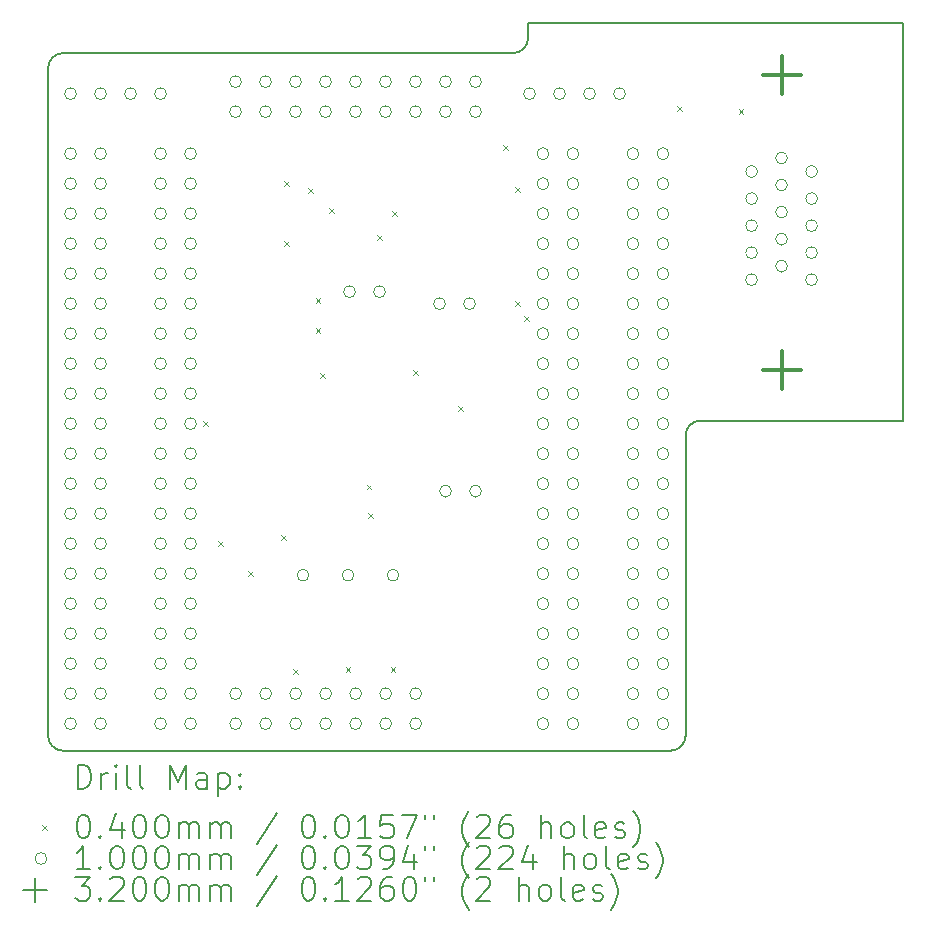
<source format=gbr>
%TF.GenerationSoftware,KiCad,Pcbnew,8.0.8*%
%TF.CreationDate,2025-02-08T14:05:12+10:30*%
%TF.ProjectId,tt06-vga-interposer,74743036-2d76-4676-912d-696e74657270,rev?*%
%TF.SameCoordinates,Original*%
%TF.FileFunction,Drillmap*%
%TF.FilePolarity,Positive*%
%FSLAX45Y45*%
G04 Gerber Fmt 4.5, Leading zero omitted, Abs format (unit mm)*
G04 Created by KiCad (PCBNEW 8.0.8) date 2025-02-08 14:05:12*
%MOMM*%
%LPD*%
G01*
G04 APERTURE LIST*
%ADD10C,0.200000*%
%ADD11C,0.100000*%
%ADD12C,0.320000*%
G04 APERTURE END LIST*
D10*
X12763500Y-7302500D02*
G75*
G02*
X12890500Y-7175500I127000J0D01*
G01*
X11303000Y-4064000D02*
X7493000Y-4064000D01*
X12763500Y-9842500D02*
X12763500Y-7302500D01*
X7366000Y-4191000D02*
X7366000Y-9842500D01*
X12890500Y-7175500D02*
X14605000Y-7175500D01*
X12763500Y-9842500D02*
G75*
G02*
X12636500Y-9969500I-127000J0D01*
G01*
X7493000Y-9969500D02*
X12636500Y-9969500D01*
X14605000Y-3810000D02*
X11430000Y-3810000D01*
X7493000Y-9969500D02*
G75*
G02*
X7366000Y-9842500I0J127000D01*
G01*
X7366000Y-4191000D02*
G75*
G02*
X7493000Y-4064000I127000J0D01*
G01*
X11430000Y-3937000D02*
G75*
G02*
X11303000Y-4064000I-127000J0D01*
G01*
X11430000Y-3810000D02*
X11430000Y-3937000D01*
X14605000Y-7175500D02*
X14605000Y-3810000D01*
D11*
X8679500Y-7180900D02*
X8719500Y-7220900D01*
X8719500Y-7180900D02*
X8679500Y-7220900D01*
X8806500Y-8196900D02*
X8846500Y-8236900D01*
X8846500Y-8196900D02*
X8806500Y-8236900D01*
X9060500Y-8450900D02*
X9100500Y-8490900D01*
X9100500Y-8450900D02*
X9060500Y-8490900D01*
X9339900Y-8146100D02*
X9379900Y-8186100D01*
X9379900Y-8146100D02*
X9339900Y-8186100D01*
X9365300Y-5148900D02*
X9405300Y-5188900D01*
X9405300Y-5148900D02*
X9365300Y-5188900D01*
X9365300Y-5656900D02*
X9405300Y-5696900D01*
X9405300Y-5656900D02*
X9365300Y-5696900D01*
X9441500Y-9276400D02*
X9481500Y-9316400D01*
X9481500Y-9276400D02*
X9441500Y-9316400D01*
X9568500Y-5206400D02*
X9608500Y-5246400D01*
X9608500Y-5206400D02*
X9568500Y-5246400D01*
X9632000Y-6139500D02*
X9672000Y-6179500D01*
X9672000Y-6139500D02*
X9632000Y-6179500D01*
X9632000Y-6393500D02*
X9672000Y-6433500D01*
X9672000Y-6393500D02*
X9632000Y-6433500D01*
X9670100Y-6774500D02*
X9710100Y-6814500D01*
X9710100Y-6774500D02*
X9670100Y-6814500D01*
X9746300Y-5377500D02*
X9786300Y-5417500D01*
X9786300Y-5377500D02*
X9746300Y-5417500D01*
X9886000Y-9262400D02*
X9926000Y-9302400D01*
X9926000Y-9262400D02*
X9886000Y-9302400D01*
X10062500Y-7716927D02*
X10102500Y-7756927D01*
X10102500Y-7716927D02*
X10062500Y-7756927D01*
X10076500Y-7958400D02*
X10116500Y-7998400D01*
X10116500Y-7958400D02*
X10076500Y-7998400D01*
X10152700Y-5606100D02*
X10192700Y-5646100D01*
X10192700Y-5606100D02*
X10152700Y-5646100D01*
X10267000Y-9262400D02*
X10307000Y-9302400D01*
X10307000Y-9262400D02*
X10267000Y-9302400D01*
X10278400Y-5402900D02*
X10318400Y-5442900D01*
X10318400Y-5402900D02*
X10278400Y-5442900D01*
X10457500Y-6749100D02*
X10497500Y-6789100D01*
X10497500Y-6749100D02*
X10457500Y-6789100D01*
X10838500Y-7053900D02*
X10878500Y-7093900D01*
X10878500Y-7053900D02*
X10838500Y-7093900D01*
X11219626Y-4841118D02*
X11259626Y-4881118D01*
X11259626Y-4841118D02*
X11219626Y-4881118D01*
X11321100Y-5199700D02*
X11361100Y-5239700D01*
X11361100Y-5199700D02*
X11321100Y-5239700D01*
X11321100Y-6164900D02*
X11361100Y-6204900D01*
X11361100Y-6164900D02*
X11321100Y-6204900D01*
X11398600Y-6291900D02*
X11438600Y-6331900D01*
X11438600Y-6291900D02*
X11398600Y-6331900D01*
X12692700Y-4513900D02*
X12732700Y-4553900D01*
X12732700Y-4513900D02*
X12692700Y-4553900D01*
X13213400Y-4539300D02*
X13253400Y-4579300D01*
X13253400Y-4539300D02*
X13213400Y-4579300D01*
X7606500Y-4406900D02*
G75*
G02*
X7506500Y-4406900I-50000J0D01*
G01*
X7506500Y-4406900D02*
G75*
G02*
X7606500Y-4406900I50000J0D01*
G01*
X7606500Y-4914900D02*
G75*
G02*
X7506500Y-4914900I-50000J0D01*
G01*
X7506500Y-4914900D02*
G75*
G02*
X7606500Y-4914900I50000J0D01*
G01*
X7606500Y-5168900D02*
G75*
G02*
X7506500Y-5168900I-50000J0D01*
G01*
X7506500Y-5168900D02*
G75*
G02*
X7606500Y-5168900I50000J0D01*
G01*
X7606500Y-5422900D02*
G75*
G02*
X7506500Y-5422900I-50000J0D01*
G01*
X7506500Y-5422900D02*
G75*
G02*
X7606500Y-5422900I50000J0D01*
G01*
X7606500Y-5676900D02*
G75*
G02*
X7506500Y-5676900I-50000J0D01*
G01*
X7506500Y-5676900D02*
G75*
G02*
X7606500Y-5676900I50000J0D01*
G01*
X7606500Y-5930900D02*
G75*
G02*
X7506500Y-5930900I-50000J0D01*
G01*
X7506500Y-5930900D02*
G75*
G02*
X7606500Y-5930900I50000J0D01*
G01*
X7606500Y-6184900D02*
G75*
G02*
X7506500Y-6184900I-50000J0D01*
G01*
X7506500Y-6184900D02*
G75*
G02*
X7606500Y-6184900I50000J0D01*
G01*
X7606500Y-6438900D02*
G75*
G02*
X7506500Y-6438900I-50000J0D01*
G01*
X7506500Y-6438900D02*
G75*
G02*
X7606500Y-6438900I50000J0D01*
G01*
X7606500Y-6692900D02*
G75*
G02*
X7506500Y-6692900I-50000J0D01*
G01*
X7506500Y-6692900D02*
G75*
G02*
X7606500Y-6692900I50000J0D01*
G01*
X7606500Y-6946900D02*
G75*
G02*
X7506500Y-6946900I-50000J0D01*
G01*
X7506500Y-6946900D02*
G75*
G02*
X7606500Y-6946900I50000J0D01*
G01*
X7606500Y-7200900D02*
G75*
G02*
X7506500Y-7200900I-50000J0D01*
G01*
X7506500Y-7200900D02*
G75*
G02*
X7606500Y-7200900I50000J0D01*
G01*
X7606500Y-7454900D02*
G75*
G02*
X7506500Y-7454900I-50000J0D01*
G01*
X7506500Y-7454900D02*
G75*
G02*
X7606500Y-7454900I50000J0D01*
G01*
X7606500Y-7708900D02*
G75*
G02*
X7506500Y-7708900I-50000J0D01*
G01*
X7506500Y-7708900D02*
G75*
G02*
X7606500Y-7708900I50000J0D01*
G01*
X7606500Y-7962900D02*
G75*
G02*
X7506500Y-7962900I-50000J0D01*
G01*
X7506500Y-7962900D02*
G75*
G02*
X7606500Y-7962900I50000J0D01*
G01*
X7606500Y-8216900D02*
G75*
G02*
X7506500Y-8216900I-50000J0D01*
G01*
X7506500Y-8216900D02*
G75*
G02*
X7606500Y-8216900I50000J0D01*
G01*
X7606500Y-8470900D02*
G75*
G02*
X7506500Y-8470900I-50000J0D01*
G01*
X7506500Y-8470900D02*
G75*
G02*
X7606500Y-8470900I50000J0D01*
G01*
X7606500Y-8724900D02*
G75*
G02*
X7506500Y-8724900I-50000J0D01*
G01*
X7506500Y-8724900D02*
G75*
G02*
X7606500Y-8724900I50000J0D01*
G01*
X7606500Y-8978900D02*
G75*
G02*
X7506500Y-8978900I-50000J0D01*
G01*
X7506500Y-8978900D02*
G75*
G02*
X7606500Y-8978900I50000J0D01*
G01*
X7606500Y-9232900D02*
G75*
G02*
X7506500Y-9232900I-50000J0D01*
G01*
X7506500Y-9232900D02*
G75*
G02*
X7606500Y-9232900I50000J0D01*
G01*
X7606500Y-9486900D02*
G75*
G02*
X7506500Y-9486900I-50000J0D01*
G01*
X7506500Y-9486900D02*
G75*
G02*
X7606500Y-9486900I50000J0D01*
G01*
X7606500Y-9740900D02*
G75*
G02*
X7506500Y-9740900I-50000J0D01*
G01*
X7506500Y-9740900D02*
G75*
G02*
X7606500Y-9740900I50000J0D01*
G01*
X7860500Y-4406900D02*
G75*
G02*
X7760500Y-4406900I-50000J0D01*
G01*
X7760500Y-4406900D02*
G75*
G02*
X7860500Y-4406900I50000J0D01*
G01*
X7860500Y-4914900D02*
G75*
G02*
X7760500Y-4914900I-50000J0D01*
G01*
X7760500Y-4914900D02*
G75*
G02*
X7860500Y-4914900I50000J0D01*
G01*
X7860500Y-5168900D02*
G75*
G02*
X7760500Y-5168900I-50000J0D01*
G01*
X7760500Y-5168900D02*
G75*
G02*
X7860500Y-5168900I50000J0D01*
G01*
X7860500Y-5422900D02*
G75*
G02*
X7760500Y-5422900I-50000J0D01*
G01*
X7760500Y-5422900D02*
G75*
G02*
X7860500Y-5422900I50000J0D01*
G01*
X7860500Y-5676900D02*
G75*
G02*
X7760500Y-5676900I-50000J0D01*
G01*
X7760500Y-5676900D02*
G75*
G02*
X7860500Y-5676900I50000J0D01*
G01*
X7860500Y-5930900D02*
G75*
G02*
X7760500Y-5930900I-50000J0D01*
G01*
X7760500Y-5930900D02*
G75*
G02*
X7860500Y-5930900I50000J0D01*
G01*
X7860500Y-6184900D02*
G75*
G02*
X7760500Y-6184900I-50000J0D01*
G01*
X7760500Y-6184900D02*
G75*
G02*
X7860500Y-6184900I50000J0D01*
G01*
X7860500Y-6438900D02*
G75*
G02*
X7760500Y-6438900I-50000J0D01*
G01*
X7760500Y-6438900D02*
G75*
G02*
X7860500Y-6438900I50000J0D01*
G01*
X7860500Y-6692900D02*
G75*
G02*
X7760500Y-6692900I-50000J0D01*
G01*
X7760500Y-6692900D02*
G75*
G02*
X7860500Y-6692900I50000J0D01*
G01*
X7860500Y-6946900D02*
G75*
G02*
X7760500Y-6946900I-50000J0D01*
G01*
X7760500Y-6946900D02*
G75*
G02*
X7860500Y-6946900I50000J0D01*
G01*
X7860500Y-7200900D02*
G75*
G02*
X7760500Y-7200900I-50000J0D01*
G01*
X7760500Y-7200900D02*
G75*
G02*
X7860500Y-7200900I50000J0D01*
G01*
X7860500Y-7454900D02*
G75*
G02*
X7760500Y-7454900I-50000J0D01*
G01*
X7760500Y-7454900D02*
G75*
G02*
X7860500Y-7454900I50000J0D01*
G01*
X7860500Y-7708900D02*
G75*
G02*
X7760500Y-7708900I-50000J0D01*
G01*
X7760500Y-7708900D02*
G75*
G02*
X7860500Y-7708900I50000J0D01*
G01*
X7860500Y-7962900D02*
G75*
G02*
X7760500Y-7962900I-50000J0D01*
G01*
X7760500Y-7962900D02*
G75*
G02*
X7860500Y-7962900I50000J0D01*
G01*
X7860500Y-8216900D02*
G75*
G02*
X7760500Y-8216900I-50000J0D01*
G01*
X7760500Y-8216900D02*
G75*
G02*
X7860500Y-8216900I50000J0D01*
G01*
X7860500Y-8470900D02*
G75*
G02*
X7760500Y-8470900I-50000J0D01*
G01*
X7760500Y-8470900D02*
G75*
G02*
X7860500Y-8470900I50000J0D01*
G01*
X7860500Y-8724900D02*
G75*
G02*
X7760500Y-8724900I-50000J0D01*
G01*
X7760500Y-8724900D02*
G75*
G02*
X7860500Y-8724900I50000J0D01*
G01*
X7860500Y-8978900D02*
G75*
G02*
X7760500Y-8978900I-50000J0D01*
G01*
X7760500Y-8978900D02*
G75*
G02*
X7860500Y-8978900I50000J0D01*
G01*
X7860500Y-9232900D02*
G75*
G02*
X7760500Y-9232900I-50000J0D01*
G01*
X7760500Y-9232900D02*
G75*
G02*
X7860500Y-9232900I50000J0D01*
G01*
X7860500Y-9486900D02*
G75*
G02*
X7760500Y-9486900I-50000J0D01*
G01*
X7760500Y-9486900D02*
G75*
G02*
X7860500Y-9486900I50000J0D01*
G01*
X7860500Y-9740900D02*
G75*
G02*
X7760500Y-9740900I-50000J0D01*
G01*
X7760500Y-9740900D02*
G75*
G02*
X7860500Y-9740900I50000J0D01*
G01*
X8114500Y-4406900D02*
G75*
G02*
X8014500Y-4406900I-50000J0D01*
G01*
X8014500Y-4406900D02*
G75*
G02*
X8114500Y-4406900I50000J0D01*
G01*
X8368500Y-4406900D02*
G75*
G02*
X8268500Y-4406900I-50000J0D01*
G01*
X8268500Y-4406900D02*
G75*
G02*
X8368500Y-4406900I50000J0D01*
G01*
X8368500Y-4914900D02*
G75*
G02*
X8268500Y-4914900I-50000J0D01*
G01*
X8268500Y-4914900D02*
G75*
G02*
X8368500Y-4914900I50000J0D01*
G01*
X8368500Y-5168900D02*
G75*
G02*
X8268500Y-5168900I-50000J0D01*
G01*
X8268500Y-5168900D02*
G75*
G02*
X8368500Y-5168900I50000J0D01*
G01*
X8368500Y-5422900D02*
G75*
G02*
X8268500Y-5422900I-50000J0D01*
G01*
X8268500Y-5422900D02*
G75*
G02*
X8368500Y-5422900I50000J0D01*
G01*
X8368500Y-5676900D02*
G75*
G02*
X8268500Y-5676900I-50000J0D01*
G01*
X8268500Y-5676900D02*
G75*
G02*
X8368500Y-5676900I50000J0D01*
G01*
X8368500Y-5930900D02*
G75*
G02*
X8268500Y-5930900I-50000J0D01*
G01*
X8268500Y-5930900D02*
G75*
G02*
X8368500Y-5930900I50000J0D01*
G01*
X8368500Y-6184900D02*
G75*
G02*
X8268500Y-6184900I-50000J0D01*
G01*
X8268500Y-6184900D02*
G75*
G02*
X8368500Y-6184900I50000J0D01*
G01*
X8368500Y-6438900D02*
G75*
G02*
X8268500Y-6438900I-50000J0D01*
G01*
X8268500Y-6438900D02*
G75*
G02*
X8368500Y-6438900I50000J0D01*
G01*
X8368500Y-6692900D02*
G75*
G02*
X8268500Y-6692900I-50000J0D01*
G01*
X8268500Y-6692900D02*
G75*
G02*
X8368500Y-6692900I50000J0D01*
G01*
X8368500Y-6946900D02*
G75*
G02*
X8268500Y-6946900I-50000J0D01*
G01*
X8268500Y-6946900D02*
G75*
G02*
X8368500Y-6946900I50000J0D01*
G01*
X8368500Y-7200900D02*
G75*
G02*
X8268500Y-7200900I-50000J0D01*
G01*
X8268500Y-7200900D02*
G75*
G02*
X8368500Y-7200900I50000J0D01*
G01*
X8368500Y-7454900D02*
G75*
G02*
X8268500Y-7454900I-50000J0D01*
G01*
X8268500Y-7454900D02*
G75*
G02*
X8368500Y-7454900I50000J0D01*
G01*
X8368500Y-7708900D02*
G75*
G02*
X8268500Y-7708900I-50000J0D01*
G01*
X8268500Y-7708900D02*
G75*
G02*
X8368500Y-7708900I50000J0D01*
G01*
X8368500Y-7962900D02*
G75*
G02*
X8268500Y-7962900I-50000J0D01*
G01*
X8268500Y-7962900D02*
G75*
G02*
X8368500Y-7962900I50000J0D01*
G01*
X8368500Y-8216900D02*
G75*
G02*
X8268500Y-8216900I-50000J0D01*
G01*
X8268500Y-8216900D02*
G75*
G02*
X8368500Y-8216900I50000J0D01*
G01*
X8368500Y-8470900D02*
G75*
G02*
X8268500Y-8470900I-50000J0D01*
G01*
X8268500Y-8470900D02*
G75*
G02*
X8368500Y-8470900I50000J0D01*
G01*
X8368500Y-8724900D02*
G75*
G02*
X8268500Y-8724900I-50000J0D01*
G01*
X8268500Y-8724900D02*
G75*
G02*
X8368500Y-8724900I50000J0D01*
G01*
X8368500Y-8978900D02*
G75*
G02*
X8268500Y-8978900I-50000J0D01*
G01*
X8268500Y-8978900D02*
G75*
G02*
X8368500Y-8978900I50000J0D01*
G01*
X8368500Y-9232900D02*
G75*
G02*
X8268500Y-9232900I-50000J0D01*
G01*
X8268500Y-9232900D02*
G75*
G02*
X8368500Y-9232900I50000J0D01*
G01*
X8368500Y-9486900D02*
G75*
G02*
X8268500Y-9486900I-50000J0D01*
G01*
X8268500Y-9486900D02*
G75*
G02*
X8368500Y-9486900I50000J0D01*
G01*
X8368500Y-9740900D02*
G75*
G02*
X8268500Y-9740900I-50000J0D01*
G01*
X8268500Y-9740900D02*
G75*
G02*
X8368500Y-9740900I50000J0D01*
G01*
X8622500Y-4914900D02*
G75*
G02*
X8522500Y-4914900I-50000J0D01*
G01*
X8522500Y-4914900D02*
G75*
G02*
X8622500Y-4914900I50000J0D01*
G01*
X8622500Y-5168900D02*
G75*
G02*
X8522500Y-5168900I-50000J0D01*
G01*
X8522500Y-5168900D02*
G75*
G02*
X8622500Y-5168900I50000J0D01*
G01*
X8622500Y-5422900D02*
G75*
G02*
X8522500Y-5422900I-50000J0D01*
G01*
X8522500Y-5422900D02*
G75*
G02*
X8622500Y-5422900I50000J0D01*
G01*
X8622500Y-5676900D02*
G75*
G02*
X8522500Y-5676900I-50000J0D01*
G01*
X8522500Y-5676900D02*
G75*
G02*
X8622500Y-5676900I50000J0D01*
G01*
X8622500Y-5930900D02*
G75*
G02*
X8522500Y-5930900I-50000J0D01*
G01*
X8522500Y-5930900D02*
G75*
G02*
X8622500Y-5930900I50000J0D01*
G01*
X8622500Y-6184900D02*
G75*
G02*
X8522500Y-6184900I-50000J0D01*
G01*
X8522500Y-6184900D02*
G75*
G02*
X8622500Y-6184900I50000J0D01*
G01*
X8622500Y-6438900D02*
G75*
G02*
X8522500Y-6438900I-50000J0D01*
G01*
X8522500Y-6438900D02*
G75*
G02*
X8622500Y-6438900I50000J0D01*
G01*
X8622500Y-6692900D02*
G75*
G02*
X8522500Y-6692900I-50000J0D01*
G01*
X8522500Y-6692900D02*
G75*
G02*
X8622500Y-6692900I50000J0D01*
G01*
X8622500Y-6946900D02*
G75*
G02*
X8522500Y-6946900I-50000J0D01*
G01*
X8522500Y-6946900D02*
G75*
G02*
X8622500Y-6946900I50000J0D01*
G01*
X8622500Y-7200900D02*
G75*
G02*
X8522500Y-7200900I-50000J0D01*
G01*
X8522500Y-7200900D02*
G75*
G02*
X8622500Y-7200900I50000J0D01*
G01*
X8622500Y-7454900D02*
G75*
G02*
X8522500Y-7454900I-50000J0D01*
G01*
X8522500Y-7454900D02*
G75*
G02*
X8622500Y-7454900I50000J0D01*
G01*
X8622500Y-7708900D02*
G75*
G02*
X8522500Y-7708900I-50000J0D01*
G01*
X8522500Y-7708900D02*
G75*
G02*
X8622500Y-7708900I50000J0D01*
G01*
X8622500Y-7962900D02*
G75*
G02*
X8522500Y-7962900I-50000J0D01*
G01*
X8522500Y-7962900D02*
G75*
G02*
X8622500Y-7962900I50000J0D01*
G01*
X8622500Y-8216900D02*
G75*
G02*
X8522500Y-8216900I-50000J0D01*
G01*
X8522500Y-8216900D02*
G75*
G02*
X8622500Y-8216900I50000J0D01*
G01*
X8622500Y-8470900D02*
G75*
G02*
X8522500Y-8470900I-50000J0D01*
G01*
X8522500Y-8470900D02*
G75*
G02*
X8622500Y-8470900I50000J0D01*
G01*
X8622500Y-8724900D02*
G75*
G02*
X8522500Y-8724900I-50000J0D01*
G01*
X8522500Y-8724900D02*
G75*
G02*
X8622500Y-8724900I50000J0D01*
G01*
X8622500Y-8978900D02*
G75*
G02*
X8522500Y-8978900I-50000J0D01*
G01*
X8522500Y-8978900D02*
G75*
G02*
X8622500Y-8978900I50000J0D01*
G01*
X8622500Y-9232900D02*
G75*
G02*
X8522500Y-9232900I-50000J0D01*
G01*
X8522500Y-9232900D02*
G75*
G02*
X8622500Y-9232900I50000J0D01*
G01*
X8622500Y-9486900D02*
G75*
G02*
X8522500Y-9486900I-50000J0D01*
G01*
X8522500Y-9486900D02*
G75*
G02*
X8622500Y-9486900I50000J0D01*
G01*
X8622500Y-9740900D02*
G75*
G02*
X8522500Y-9740900I-50000J0D01*
G01*
X8522500Y-9740900D02*
G75*
G02*
X8622500Y-9740900I50000J0D01*
G01*
X9003500Y-4305300D02*
G75*
G02*
X8903500Y-4305300I-50000J0D01*
G01*
X8903500Y-4305300D02*
G75*
G02*
X9003500Y-4305300I50000J0D01*
G01*
X9003500Y-4559300D02*
G75*
G02*
X8903500Y-4559300I-50000J0D01*
G01*
X8903500Y-4559300D02*
G75*
G02*
X9003500Y-4559300I50000J0D01*
G01*
X9004000Y-9486900D02*
G75*
G02*
X8904000Y-9486900I-50000J0D01*
G01*
X8904000Y-9486900D02*
G75*
G02*
X9004000Y-9486900I50000J0D01*
G01*
X9004000Y-9740900D02*
G75*
G02*
X8904000Y-9740900I-50000J0D01*
G01*
X8904000Y-9740900D02*
G75*
G02*
X9004000Y-9740900I50000J0D01*
G01*
X9257500Y-4305300D02*
G75*
G02*
X9157500Y-4305300I-50000J0D01*
G01*
X9157500Y-4305300D02*
G75*
G02*
X9257500Y-4305300I50000J0D01*
G01*
X9257500Y-4559300D02*
G75*
G02*
X9157500Y-4559300I-50000J0D01*
G01*
X9157500Y-4559300D02*
G75*
G02*
X9257500Y-4559300I50000J0D01*
G01*
X9258000Y-9486900D02*
G75*
G02*
X9158000Y-9486900I-50000J0D01*
G01*
X9158000Y-9486900D02*
G75*
G02*
X9258000Y-9486900I50000J0D01*
G01*
X9258000Y-9740900D02*
G75*
G02*
X9158000Y-9740900I-50000J0D01*
G01*
X9158000Y-9740900D02*
G75*
G02*
X9258000Y-9740900I50000J0D01*
G01*
X9511500Y-4305300D02*
G75*
G02*
X9411500Y-4305300I-50000J0D01*
G01*
X9411500Y-4305300D02*
G75*
G02*
X9511500Y-4305300I50000J0D01*
G01*
X9511500Y-4559300D02*
G75*
G02*
X9411500Y-4559300I-50000J0D01*
G01*
X9411500Y-4559300D02*
G75*
G02*
X9511500Y-4559300I50000J0D01*
G01*
X9512000Y-9486900D02*
G75*
G02*
X9412000Y-9486900I-50000J0D01*
G01*
X9412000Y-9486900D02*
G75*
G02*
X9512000Y-9486900I50000J0D01*
G01*
X9512000Y-9740900D02*
G75*
G02*
X9412000Y-9740900I-50000J0D01*
G01*
X9412000Y-9740900D02*
G75*
G02*
X9512000Y-9740900I50000J0D01*
G01*
X9575000Y-8483600D02*
G75*
G02*
X9475000Y-8483600I-50000J0D01*
G01*
X9475000Y-8483600D02*
G75*
G02*
X9575000Y-8483600I50000J0D01*
G01*
X9765500Y-4305300D02*
G75*
G02*
X9665500Y-4305300I-50000J0D01*
G01*
X9665500Y-4305300D02*
G75*
G02*
X9765500Y-4305300I50000J0D01*
G01*
X9765500Y-4559300D02*
G75*
G02*
X9665500Y-4559300I-50000J0D01*
G01*
X9665500Y-4559300D02*
G75*
G02*
X9765500Y-4559300I50000J0D01*
G01*
X9766000Y-9486900D02*
G75*
G02*
X9666000Y-9486900I-50000J0D01*
G01*
X9666000Y-9486900D02*
G75*
G02*
X9766000Y-9486900I50000J0D01*
G01*
X9766000Y-9740900D02*
G75*
G02*
X9666000Y-9740900I-50000J0D01*
G01*
X9666000Y-9740900D02*
G75*
G02*
X9766000Y-9740900I50000J0D01*
G01*
X9956000Y-8483600D02*
G75*
G02*
X9856000Y-8483600I-50000J0D01*
G01*
X9856000Y-8483600D02*
G75*
G02*
X9956000Y-8483600I50000J0D01*
G01*
X9968700Y-6083300D02*
G75*
G02*
X9868700Y-6083300I-50000J0D01*
G01*
X9868700Y-6083300D02*
G75*
G02*
X9968700Y-6083300I50000J0D01*
G01*
X10019500Y-4305300D02*
G75*
G02*
X9919500Y-4305300I-50000J0D01*
G01*
X9919500Y-4305300D02*
G75*
G02*
X10019500Y-4305300I50000J0D01*
G01*
X10019500Y-4559300D02*
G75*
G02*
X9919500Y-4559300I-50000J0D01*
G01*
X9919500Y-4559300D02*
G75*
G02*
X10019500Y-4559300I50000J0D01*
G01*
X10020000Y-9486900D02*
G75*
G02*
X9920000Y-9486900I-50000J0D01*
G01*
X9920000Y-9486900D02*
G75*
G02*
X10020000Y-9486900I50000J0D01*
G01*
X10020000Y-9740900D02*
G75*
G02*
X9920000Y-9740900I-50000J0D01*
G01*
X9920000Y-9740900D02*
G75*
G02*
X10020000Y-9740900I50000J0D01*
G01*
X10222700Y-6083300D02*
G75*
G02*
X10122700Y-6083300I-50000J0D01*
G01*
X10122700Y-6083300D02*
G75*
G02*
X10222700Y-6083300I50000J0D01*
G01*
X10273500Y-4305300D02*
G75*
G02*
X10173500Y-4305300I-50000J0D01*
G01*
X10173500Y-4305300D02*
G75*
G02*
X10273500Y-4305300I50000J0D01*
G01*
X10273500Y-4559300D02*
G75*
G02*
X10173500Y-4559300I-50000J0D01*
G01*
X10173500Y-4559300D02*
G75*
G02*
X10273500Y-4559300I50000J0D01*
G01*
X10274000Y-9486900D02*
G75*
G02*
X10174000Y-9486900I-50000J0D01*
G01*
X10174000Y-9486900D02*
G75*
G02*
X10274000Y-9486900I50000J0D01*
G01*
X10274000Y-9740900D02*
G75*
G02*
X10174000Y-9740900I-50000J0D01*
G01*
X10174000Y-9740900D02*
G75*
G02*
X10274000Y-9740900I50000J0D01*
G01*
X10337000Y-8483600D02*
G75*
G02*
X10237000Y-8483600I-50000J0D01*
G01*
X10237000Y-8483600D02*
G75*
G02*
X10337000Y-8483600I50000J0D01*
G01*
X10527500Y-4305300D02*
G75*
G02*
X10427500Y-4305300I-50000J0D01*
G01*
X10427500Y-4305300D02*
G75*
G02*
X10527500Y-4305300I50000J0D01*
G01*
X10527500Y-4559300D02*
G75*
G02*
X10427500Y-4559300I-50000J0D01*
G01*
X10427500Y-4559300D02*
G75*
G02*
X10527500Y-4559300I50000J0D01*
G01*
X10528000Y-9486900D02*
G75*
G02*
X10428000Y-9486900I-50000J0D01*
G01*
X10428000Y-9486900D02*
G75*
G02*
X10528000Y-9486900I50000J0D01*
G01*
X10528000Y-9740900D02*
G75*
G02*
X10428000Y-9740900I-50000J0D01*
G01*
X10428000Y-9740900D02*
G75*
G02*
X10528000Y-9740900I50000J0D01*
G01*
X10730700Y-6184900D02*
G75*
G02*
X10630700Y-6184900I-50000J0D01*
G01*
X10630700Y-6184900D02*
G75*
G02*
X10730700Y-6184900I50000J0D01*
G01*
X10781500Y-4305300D02*
G75*
G02*
X10681500Y-4305300I-50000J0D01*
G01*
X10681500Y-4305300D02*
G75*
G02*
X10781500Y-4305300I50000J0D01*
G01*
X10781500Y-4559300D02*
G75*
G02*
X10681500Y-4559300I-50000J0D01*
G01*
X10681500Y-4559300D02*
G75*
G02*
X10781500Y-4559300I50000J0D01*
G01*
X10781500Y-7772400D02*
G75*
G02*
X10681500Y-7772400I-50000J0D01*
G01*
X10681500Y-7772400D02*
G75*
G02*
X10781500Y-7772400I50000J0D01*
G01*
X10984700Y-6184900D02*
G75*
G02*
X10884700Y-6184900I-50000J0D01*
G01*
X10884700Y-6184900D02*
G75*
G02*
X10984700Y-6184900I50000J0D01*
G01*
X11035500Y-4305300D02*
G75*
G02*
X10935500Y-4305300I-50000J0D01*
G01*
X10935500Y-4305300D02*
G75*
G02*
X11035500Y-4305300I50000J0D01*
G01*
X11035500Y-4559300D02*
G75*
G02*
X10935500Y-4559300I-50000J0D01*
G01*
X10935500Y-4559300D02*
G75*
G02*
X11035500Y-4559300I50000J0D01*
G01*
X11035500Y-7772400D02*
G75*
G02*
X10935500Y-7772400I-50000J0D01*
G01*
X10935500Y-7772400D02*
G75*
G02*
X11035500Y-7772400I50000J0D01*
G01*
X11492700Y-4406900D02*
G75*
G02*
X11392700Y-4406900I-50000J0D01*
G01*
X11392700Y-4406900D02*
G75*
G02*
X11492700Y-4406900I50000J0D01*
G01*
X11606500Y-4914900D02*
G75*
G02*
X11506500Y-4914900I-50000J0D01*
G01*
X11506500Y-4914900D02*
G75*
G02*
X11606500Y-4914900I50000J0D01*
G01*
X11606500Y-5168900D02*
G75*
G02*
X11506500Y-5168900I-50000J0D01*
G01*
X11506500Y-5168900D02*
G75*
G02*
X11606500Y-5168900I50000J0D01*
G01*
X11606500Y-5422900D02*
G75*
G02*
X11506500Y-5422900I-50000J0D01*
G01*
X11506500Y-5422900D02*
G75*
G02*
X11606500Y-5422900I50000J0D01*
G01*
X11606500Y-5676900D02*
G75*
G02*
X11506500Y-5676900I-50000J0D01*
G01*
X11506500Y-5676900D02*
G75*
G02*
X11606500Y-5676900I50000J0D01*
G01*
X11606500Y-5930900D02*
G75*
G02*
X11506500Y-5930900I-50000J0D01*
G01*
X11506500Y-5930900D02*
G75*
G02*
X11606500Y-5930900I50000J0D01*
G01*
X11606500Y-6184900D02*
G75*
G02*
X11506500Y-6184900I-50000J0D01*
G01*
X11506500Y-6184900D02*
G75*
G02*
X11606500Y-6184900I50000J0D01*
G01*
X11606500Y-6438900D02*
G75*
G02*
X11506500Y-6438900I-50000J0D01*
G01*
X11506500Y-6438900D02*
G75*
G02*
X11606500Y-6438900I50000J0D01*
G01*
X11606500Y-6692900D02*
G75*
G02*
X11506500Y-6692900I-50000J0D01*
G01*
X11506500Y-6692900D02*
G75*
G02*
X11606500Y-6692900I50000J0D01*
G01*
X11606500Y-6946900D02*
G75*
G02*
X11506500Y-6946900I-50000J0D01*
G01*
X11506500Y-6946900D02*
G75*
G02*
X11606500Y-6946900I50000J0D01*
G01*
X11606500Y-7200900D02*
G75*
G02*
X11506500Y-7200900I-50000J0D01*
G01*
X11506500Y-7200900D02*
G75*
G02*
X11606500Y-7200900I50000J0D01*
G01*
X11606500Y-7454900D02*
G75*
G02*
X11506500Y-7454900I-50000J0D01*
G01*
X11506500Y-7454900D02*
G75*
G02*
X11606500Y-7454900I50000J0D01*
G01*
X11606500Y-7708900D02*
G75*
G02*
X11506500Y-7708900I-50000J0D01*
G01*
X11506500Y-7708900D02*
G75*
G02*
X11606500Y-7708900I50000J0D01*
G01*
X11606500Y-7962900D02*
G75*
G02*
X11506500Y-7962900I-50000J0D01*
G01*
X11506500Y-7962900D02*
G75*
G02*
X11606500Y-7962900I50000J0D01*
G01*
X11606500Y-8216900D02*
G75*
G02*
X11506500Y-8216900I-50000J0D01*
G01*
X11506500Y-8216900D02*
G75*
G02*
X11606500Y-8216900I50000J0D01*
G01*
X11606500Y-8470900D02*
G75*
G02*
X11506500Y-8470900I-50000J0D01*
G01*
X11506500Y-8470900D02*
G75*
G02*
X11606500Y-8470900I50000J0D01*
G01*
X11606500Y-8724900D02*
G75*
G02*
X11506500Y-8724900I-50000J0D01*
G01*
X11506500Y-8724900D02*
G75*
G02*
X11606500Y-8724900I50000J0D01*
G01*
X11606500Y-8978900D02*
G75*
G02*
X11506500Y-8978900I-50000J0D01*
G01*
X11506500Y-8978900D02*
G75*
G02*
X11606500Y-8978900I50000J0D01*
G01*
X11606500Y-9232900D02*
G75*
G02*
X11506500Y-9232900I-50000J0D01*
G01*
X11506500Y-9232900D02*
G75*
G02*
X11606500Y-9232900I50000J0D01*
G01*
X11606500Y-9486900D02*
G75*
G02*
X11506500Y-9486900I-50000J0D01*
G01*
X11506500Y-9486900D02*
G75*
G02*
X11606500Y-9486900I50000J0D01*
G01*
X11606500Y-9740900D02*
G75*
G02*
X11506500Y-9740900I-50000J0D01*
G01*
X11506500Y-9740900D02*
G75*
G02*
X11606500Y-9740900I50000J0D01*
G01*
X11746700Y-4406900D02*
G75*
G02*
X11646700Y-4406900I-50000J0D01*
G01*
X11646700Y-4406900D02*
G75*
G02*
X11746700Y-4406900I50000J0D01*
G01*
X11860500Y-4914900D02*
G75*
G02*
X11760500Y-4914900I-50000J0D01*
G01*
X11760500Y-4914900D02*
G75*
G02*
X11860500Y-4914900I50000J0D01*
G01*
X11860500Y-5168900D02*
G75*
G02*
X11760500Y-5168900I-50000J0D01*
G01*
X11760500Y-5168900D02*
G75*
G02*
X11860500Y-5168900I50000J0D01*
G01*
X11860500Y-5422900D02*
G75*
G02*
X11760500Y-5422900I-50000J0D01*
G01*
X11760500Y-5422900D02*
G75*
G02*
X11860500Y-5422900I50000J0D01*
G01*
X11860500Y-5676900D02*
G75*
G02*
X11760500Y-5676900I-50000J0D01*
G01*
X11760500Y-5676900D02*
G75*
G02*
X11860500Y-5676900I50000J0D01*
G01*
X11860500Y-5930900D02*
G75*
G02*
X11760500Y-5930900I-50000J0D01*
G01*
X11760500Y-5930900D02*
G75*
G02*
X11860500Y-5930900I50000J0D01*
G01*
X11860500Y-6184900D02*
G75*
G02*
X11760500Y-6184900I-50000J0D01*
G01*
X11760500Y-6184900D02*
G75*
G02*
X11860500Y-6184900I50000J0D01*
G01*
X11860500Y-6438900D02*
G75*
G02*
X11760500Y-6438900I-50000J0D01*
G01*
X11760500Y-6438900D02*
G75*
G02*
X11860500Y-6438900I50000J0D01*
G01*
X11860500Y-6692900D02*
G75*
G02*
X11760500Y-6692900I-50000J0D01*
G01*
X11760500Y-6692900D02*
G75*
G02*
X11860500Y-6692900I50000J0D01*
G01*
X11860500Y-6946900D02*
G75*
G02*
X11760500Y-6946900I-50000J0D01*
G01*
X11760500Y-6946900D02*
G75*
G02*
X11860500Y-6946900I50000J0D01*
G01*
X11860500Y-7200900D02*
G75*
G02*
X11760500Y-7200900I-50000J0D01*
G01*
X11760500Y-7200900D02*
G75*
G02*
X11860500Y-7200900I50000J0D01*
G01*
X11860500Y-7454900D02*
G75*
G02*
X11760500Y-7454900I-50000J0D01*
G01*
X11760500Y-7454900D02*
G75*
G02*
X11860500Y-7454900I50000J0D01*
G01*
X11860500Y-7708900D02*
G75*
G02*
X11760500Y-7708900I-50000J0D01*
G01*
X11760500Y-7708900D02*
G75*
G02*
X11860500Y-7708900I50000J0D01*
G01*
X11860500Y-7962900D02*
G75*
G02*
X11760500Y-7962900I-50000J0D01*
G01*
X11760500Y-7962900D02*
G75*
G02*
X11860500Y-7962900I50000J0D01*
G01*
X11860500Y-8216900D02*
G75*
G02*
X11760500Y-8216900I-50000J0D01*
G01*
X11760500Y-8216900D02*
G75*
G02*
X11860500Y-8216900I50000J0D01*
G01*
X11860500Y-8470900D02*
G75*
G02*
X11760500Y-8470900I-50000J0D01*
G01*
X11760500Y-8470900D02*
G75*
G02*
X11860500Y-8470900I50000J0D01*
G01*
X11860500Y-8724900D02*
G75*
G02*
X11760500Y-8724900I-50000J0D01*
G01*
X11760500Y-8724900D02*
G75*
G02*
X11860500Y-8724900I50000J0D01*
G01*
X11860500Y-8978900D02*
G75*
G02*
X11760500Y-8978900I-50000J0D01*
G01*
X11760500Y-8978900D02*
G75*
G02*
X11860500Y-8978900I50000J0D01*
G01*
X11860500Y-9232900D02*
G75*
G02*
X11760500Y-9232900I-50000J0D01*
G01*
X11760500Y-9232900D02*
G75*
G02*
X11860500Y-9232900I50000J0D01*
G01*
X11860500Y-9486900D02*
G75*
G02*
X11760500Y-9486900I-50000J0D01*
G01*
X11760500Y-9486900D02*
G75*
G02*
X11860500Y-9486900I50000J0D01*
G01*
X11860500Y-9740900D02*
G75*
G02*
X11760500Y-9740900I-50000J0D01*
G01*
X11760500Y-9740900D02*
G75*
G02*
X11860500Y-9740900I50000J0D01*
G01*
X12000700Y-4406900D02*
G75*
G02*
X11900700Y-4406900I-50000J0D01*
G01*
X11900700Y-4406900D02*
G75*
G02*
X12000700Y-4406900I50000J0D01*
G01*
X12254700Y-4406900D02*
G75*
G02*
X12154700Y-4406900I-50000J0D01*
G01*
X12154700Y-4406900D02*
G75*
G02*
X12254700Y-4406900I50000J0D01*
G01*
X12368500Y-4914900D02*
G75*
G02*
X12268500Y-4914900I-50000J0D01*
G01*
X12268500Y-4914900D02*
G75*
G02*
X12368500Y-4914900I50000J0D01*
G01*
X12368500Y-5168900D02*
G75*
G02*
X12268500Y-5168900I-50000J0D01*
G01*
X12268500Y-5168900D02*
G75*
G02*
X12368500Y-5168900I50000J0D01*
G01*
X12368500Y-5422900D02*
G75*
G02*
X12268500Y-5422900I-50000J0D01*
G01*
X12268500Y-5422900D02*
G75*
G02*
X12368500Y-5422900I50000J0D01*
G01*
X12368500Y-5676900D02*
G75*
G02*
X12268500Y-5676900I-50000J0D01*
G01*
X12268500Y-5676900D02*
G75*
G02*
X12368500Y-5676900I50000J0D01*
G01*
X12368500Y-5930900D02*
G75*
G02*
X12268500Y-5930900I-50000J0D01*
G01*
X12268500Y-5930900D02*
G75*
G02*
X12368500Y-5930900I50000J0D01*
G01*
X12368500Y-6184900D02*
G75*
G02*
X12268500Y-6184900I-50000J0D01*
G01*
X12268500Y-6184900D02*
G75*
G02*
X12368500Y-6184900I50000J0D01*
G01*
X12368500Y-6438900D02*
G75*
G02*
X12268500Y-6438900I-50000J0D01*
G01*
X12268500Y-6438900D02*
G75*
G02*
X12368500Y-6438900I50000J0D01*
G01*
X12368500Y-6692900D02*
G75*
G02*
X12268500Y-6692900I-50000J0D01*
G01*
X12268500Y-6692900D02*
G75*
G02*
X12368500Y-6692900I50000J0D01*
G01*
X12368500Y-6946900D02*
G75*
G02*
X12268500Y-6946900I-50000J0D01*
G01*
X12268500Y-6946900D02*
G75*
G02*
X12368500Y-6946900I50000J0D01*
G01*
X12368500Y-7200900D02*
G75*
G02*
X12268500Y-7200900I-50000J0D01*
G01*
X12268500Y-7200900D02*
G75*
G02*
X12368500Y-7200900I50000J0D01*
G01*
X12368500Y-7454900D02*
G75*
G02*
X12268500Y-7454900I-50000J0D01*
G01*
X12268500Y-7454900D02*
G75*
G02*
X12368500Y-7454900I50000J0D01*
G01*
X12368500Y-7708900D02*
G75*
G02*
X12268500Y-7708900I-50000J0D01*
G01*
X12268500Y-7708900D02*
G75*
G02*
X12368500Y-7708900I50000J0D01*
G01*
X12368500Y-7962900D02*
G75*
G02*
X12268500Y-7962900I-50000J0D01*
G01*
X12268500Y-7962900D02*
G75*
G02*
X12368500Y-7962900I50000J0D01*
G01*
X12368500Y-8216900D02*
G75*
G02*
X12268500Y-8216900I-50000J0D01*
G01*
X12268500Y-8216900D02*
G75*
G02*
X12368500Y-8216900I50000J0D01*
G01*
X12368500Y-8470900D02*
G75*
G02*
X12268500Y-8470900I-50000J0D01*
G01*
X12268500Y-8470900D02*
G75*
G02*
X12368500Y-8470900I50000J0D01*
G01*
X12368500Y-8724900D02*
G75*
G02*
X12268500Y-8724900I-50000J0D01*
G01*
X12268500Y-8724900D02*
G75*
G02*
X12368500Y-8724900I50000J0D01*
G01*
X12368500Y-8978900D02*
G75*
G02*
X12268500Y-8978900I-50000J0D01*
G01*
X12268500Y-8978900D02*
G75*
G02*
X12368500Y-8978900I50000J0D01*
G01*
X12368500Y-9232900D02*
G75*
G02*
X12268500Y-9232900I-50000J0D01*
G01*
X12268500Y-9232900D02*
G75*
G02*
X12368500Y-9232900I50000J0D01*
G01*
X12368500Y-9486900D02*
G75*
G02*
X12268500Y-9486900I-50000J0D01*
G01*
X12268500Y-9486900D02*
G75*
G02*
X12368500Y-9486900I50000J0D01*
G01*
X12368500Y-9740900D02*
G75*
G02*
X12268500Y-9740900I-50000J0D01*
G01*
X12268500Y-9740900D02*
G75*
G02*
X12368500Y-9740900I50000J0D01*
G01*
X12622500Y-4914900D02*
G75*
G02*
X12522500Y-4914900I-50000J0D01*
G01*
X12522500Y-4914900D02*
G75*
G02*
X12622500Y-4914900I50000J0D01*
G01*
X12622500Y-5168900D02*
G75*
G02*
X12522500Y-5168900I-50000J0D01*
G01*
X12522500Y-5168900D02*
G75*
G02*
X12622500Y-5168900I50000J0D01*
G01*
X12622500Y-5422900D02*
G75*
G02*
X12522500Y-5422900I-50000J0D01*
G01*
X12522500Y-5422900D02*
G75*
G02*
X12622500Y-5422900I50000J0D01*
G01*
X12622500Y-5676900D02*
G75*
G02*
X12522500Y-5676900I-50000J0D01*
G01*
X12522500Y-5676900D02*
G75*
G02*
X12622500Y-5676900I50000J0D01*
G01*
X12622500Y-5930900D02*
G75*
G02*
X12522500Y-5930900I-50000J0D01*
G01*
X12522500Y-5930900D02*
G75*
G02*
X12622500Y-5930900I50000J0D01*
G01*
X12622500Y-6184900D02*
G75*
G02*
X12522500Y-6184900I-50000J0D01*
G01*
X12522500Y-6184900D02*
G75*
G02*
X12622500Y-6184900I50000J0D01*
G01*
X12622500Y-6438900D02*
G75*
G02*
X12522500Y-6438900I-50000J0D01*
G01*
X12522500Y-6438900D02*
G75*
G02*
X12622500Y-6438900I50000J0D01*
G01*
X12622500Y-6692900D02*
G75*
G02*
X12522500Y-6692900I-50000J0D01*
G01*
X12522500Y-6692900D02*
G75*
G02*
X12622500Y-6692900I50000J0D01*
G01*
X12622500Y-6946900D02*
G75*
G02*
X12522500Y-6946900I-50000J0D01*
G01*
X12522500Y-6946900D02*
G75*
G02*
X12622500Y-6946900I50000J0D01*
G01*
X12622500Y-7200900D02*
G75*
G02*
X12522500Y-7200900I-50000J0D01*
G01*
X12522500Y-7200900D02*
G75*
G02*
X12622500Y-7200900I50000J0D01*
G01*
X12622500Y-7454900D02*
G75*
G02*
X12522500Y-7454900I-50000J0D01*
G01*
X12522500Y-7454900D02*
G75*
G02*
X12622500Y-7454900I50000J0D01*
G01*
X12622500Y-7708900D02*
G75*
G02*
X12522500Y-7708900I-50000J0D01*
G01*
X12522500Y-7708900D02*
G75*
G02*
X12622500Y-7708900I50000J0D01*
G01*
X12622500Y-7962900D02*
G75*
G02*
X12522500Y-7962900I-50000J0D01*
G01*
X12522500Y-7962900D02*
G75*
G02*
X12622500Y-7962900I50000J0D01*
G01*
X12622500Y-8216900D02*
G75*
G02*
X12522500Y-8216900I-50000J0D01*
G01*
X12522500Y-8216900D02*
G75*
G02*
X12622500Y-8216900I50000J0D01*
G01*
X12622500Y-8470900D02*
G75*
G02*
X12522500Y-8470900I-50000J0D01*
G01*
X12522500Y-8470900D02*
G75*
G02*
X12622500Y-8470900I50000J0D01*
G01*
X12622500Y-8724900D02*
G75*
G02*
X12522500Y-8724900I-50000J0D01*
G01*
X12522500Y-8724900D02*
G75*
G02*
X12622500Y-8724900I50000J0D01*
G01*
X12622500Y-8978900D02*
G75*
G02*
X12522500Y-8978900I-50000J0D01*
G01*
X12522500Y-8978900D02*
G75*
G02*
X12622500Y-8978900I50000J0D01*
G01*
X12622500Y-9232900D02*
G75*
G02*
X12522500Y-9232900I-50000J0D01*
G01*
X12522500Y-9232900D02*
G75*
G02*
X12622500Y-9232900I50000J0D01*
G01*
X12622500Y-9486900D02*
G75*
G02*
X12522500Y-9486900I-50000J0D01*
G01*
X12522500Y-9486900D02*
G75*
G02*
X12622500Y-9486900I50000J0D01*
G01*
X12622500Y-9740900D02*
G75*
G02*
X12522500Y-9740900I-50000J0D01*
G01*
X12522500Y-9740900D02*
G75*
G02*
X12622500Y-9740900I50000J0D01*
G01*
X13372300Y-5065900D02*
G75*
G02*
X13272300Y-5065900I-50000J0D01*
G01*
X13272300Y-5065900D02*
G75*
G02*
X13372300Y-5065900I50000J0D01*
G01*
X13372300Y-5294900D02*
G75*
G02*
X13272300Y-5294900I-50000J0D01*
G01*
X13272300Y-5294900D02*
G75*
G02*
X13372300Y-5294900I50000J0D01*
G01*
X13372300Y-5523900D02*
G75*
G02*
X13272300Y-5523900I-50000J0D01*
G01*
X13272300Y-5523900D02*
G75*
G02*
X13372300Y-5523900I50000J0D01*
G01*
X13372300Y-5752900D02*
G75*
G02*
X13272300Y-5752900I-50000J0D01*
G01*
X13272300Y-5752900D02*
G75*
G02*
X13372300Y-5752900I50000J0D01*
G01*
X13372300Y-5981900D02*
G75*
G02*
X13272300Y-5981900I-50000J0D01*
G01*
X13272300Y-5981900D02*
G75*
G02*
X13372300Y-5981900I50000J0D01*
G01*
X13626300Y-4951400D02*
G75*
G02*
X13526300Y-4951400I-50000J0D01*
G01*
X13526300Y-4951400D02*
G75*
G02*
X13626300Y-4951400I50000J0D01*
G01*
X13626300Y-5180400D02*
G75*
G02*
X13526300Y-5180400I-50000J0D01*
G01*
X13526300Y-5180400D02*
G75*
G02*
X13626300Y-5180400I50000J0D01*
G01*
X13626300Y-5409400D02*
G75*
G02*
X13526300Y-5409400I-50000J0D01*
G01*
X13526300Y-5409400D02*
G75*
G02*
X13626300Y-5409400I50000J0D01*
G01*
X13626300Y-5638400D02*
G75*
G02*
X13526300Y-5638400I-50000J0D01*
G01*
X13526300Y-5638400D02*
G75*
G02*
X13626300Y-5638400I50000J0D01*
G01*
X13626300Y-5867400D02*
G75*
G02*
X13526300Y-5867400I-50000J0D01*
G01*
X13526300Y-5867400D02*
G75*
G02*
X13626300Y-5867400I50000J0D01*
G01*
X13880300Y-5065900D02*
G75*
G02*
X13780300Y-5065900I-50000J0D01*
G01*
X13780300Y-5065900D02*
G75*
G02*
X13880300Y-5065900I50000J0D01*
G01*
X13880300Y-5294900D02*
G75*
G02*
X13780300Y-5294900I-50000J0D01*
G01*
X13780300Y-5294900D02*
G75*
G02*
X13880300Y-5294900I50000J0D01*
G01*
X13880300Y-5523900D02*
G75*
G02*
X13780300Y-5523900I-50000J0D01*
G01*
X13780300Y-5523900D02*
G75*
G02*
X13880300Y-5523900I50000J0D01*
G01*
X13880300Y-5752900D02*
G75*
G02*
X13780300Y-5752900I-50000J0D01*
G01*
X13780300Y-5752900D02*
G75*
G02*
X13880300Y-5752900I50000J0D01*
G01*
X13880300Y-5981900D02*
G75*
G02*
X13780300Y-5981900I-50000J0D01*
G01*
X13780300Y-5981900D02*
G75*
G02*
X13880300Y-5981900I50000J0D01*
G01*
D12*
X13583300Y-4087400D02*
X13583300Y-4407400D01*
X13423300Y-4247400D02*
X13743300Y-4247400D01*
X13583300Y-6587400D02*
X13583300Y-6907400D01*
X13423300Y-6747400D02*
X13743300Y-6747400D01*
D10*
X7616777Y-10290984D02*
X7616777Y-10090984D01*
X7616777Y-10090984D02*
X7664396Y-10090984D01*
X7664396Y-10090984D02*
X7692967Y-10100508D01*
X7692967Y-10100508D02*
X7712015Y-10119555D01*
X7712015Y-10119555D02*
X7721539Y-10138603D01*
X7721539Y-10138603D02*
X7731062Y-10176698D01*
X7731062Y-10176698D02*
X7731062Y-10205270D01*
X7731062Y-10205270D02*
X7721539Y-10243365D01*
X7721539Y-10243365D02*
X7712015Y-10262412D01*
X7712015Y-10262412D02*
X7692967Y-10281460D01*
X7692967Y-10281460D02*
X7664396Y-10290984D01*
X7664396Y-10290984D02*
X7616777Y-10290984D01*
X7816777Y-10290984D02*
X7816777Y-10157650D01*
X7816777Y-10195746D02*
X7826301Y-10176698D01*
X7826301Y-10176698D02*
X7835824Y-10167174D01*
X7835824Y-10167174D02*
X7854872Y-10157650D01*
X7854872Y-10157650D02*
X7873920Y-10157650D01*
X7940586Y-10290984D02*
X7940586Y-10157650D01*
X7940586Y-10090984D02*
X7931062Y-10100508D01*
X7931062Y-10100508D02*
X7940586Y-10110031D01*
X7940586Y-10110031D02*
X7950110Y-10100508D01*
X7950110Y-10100508D02*
X7940586Y-10090984D01*
X7940586Y-10090984D02*
X7940586Y-10110031D01*
X8064396Y-10290984D02*
X8045348Y-10281460D01*
X8045348Y-10281460D02*
X8035824Y-10262412D01*
X8035824Y-10262412D02*
X8035824Y-10090984D01*
X8169158Y-10290984D02*
X8150110Y-10281460D01*
X8150110Y-10281460D02*
X8140586Y-10262412D01*
X8140586Y-10262412D02*
X8140586Y-10090984D01*
X8397729Y-10290984D02*
X8397729Y-10090984D01*
X8397729Y-10090984D02*
X8464396Y-10233841D01*
X8464396Y-10233841D02*
X8531063Y-10090984D01*
X8531063Y-10090984D02*
X8531063Y-10290984D01*
X8712015Y-10290984D02*
X8712015Y-10186222D01*
X8712015Y-10186222D02*
X8702491Y-10167174D01*
X8702491Y-10167174D02*
X8683444Y-10157650D01*
X8683444Y-10157650D02*
X8645348Y-10157650D01*
X8645348Y-10157650D02*
X8626301Y-10167174D01*
X8712015Y-10281460D02*
X8692967Y-10290984D01*
X8692967Y-10290984D02*
X8645348Y-10290984D01*
X8645348Y-10290984D02*
X8626301Y-10281460D01*
X8626301Y-10281460D02*
X8616777Y-10262412D01*
X8616777Y-10262412D02*
X8616777Y-10243365D01*
X8616777Y-10243365D02*
X8626301Y-10224317D01*
X8626301Y-10224317D02*
X8645348Y-10214793D01*
X8645348Y-10214793D02*
X8692967Y-10214793D01*
X8692967Y-10214793D02*
X8712015Y-10205270D01*
X8807253Y-10157650D02*
X8807253Y-10357650D01*
X8807253Y-10167174D02*
X8826301Y-10157650D01*
X8826301Y-10157650D02*
X8864396Y-10157650D01*
X8864396Y-10157650D02*
X8883444Y-10167174D01*
X8883444Y-10167174D02*
X8892967Y-10176698D01*
X8892967Y-10176698D02*
X8902491Y-10195746D01*
X8902491Y-10195746D02*
X8902491Y-10252889D01*
X8902491Y-10252889D02*
X8892967Y-10271936D01*
X8892967Y-10271936D02*
X8883444Y-10281460D01*
X8883444Y-10281460D02*
X8864396Y-10290984D01*
X8864396Y-10290984D02*
X8826301Y-10290984D01*
X8826301Y-10290984D02*
X8807253Y-10281460D01*
X8988205Y-10271936D02*
X8997729Y-10281460D01*
X8997729Y-10281460D02*
X8988205Y-10290984D01*
X8988205Y-10290984D02*
X8978682Y-10281460D01*
X8978682Y-10281460D02*
X8988205Y-10271936D01*
X8988205Y-10271936D02*
X8988205Y-10290984D01*
X8988205Y-10167174D02*
X8997729Y-10176698D01*
X8997729Y-10176698D02*
X8988205Y-10186222D01*
X8988205Y-10186222D02*
X8978682Y-10176698D01*
X8978682Y-10176698D02*
X8988205Y-10167174D01*
X8988205Y-10167174D02*
X8988205Y-10186222D01*
D11*
X7316000Y-10599500D02*
X7356000Y-10639500D01*
X7356000Y-10599500D02*
X7316000Y-10639500D01*
D10*
X7654872Y-10510984D02*
X7673920Y-10510984D01*
X7673920Y-10510984D02*
X7692967Y-10520508D01*
X7692967Y-10520508D02*
X7702491Y-10530031D01*
X7702491Y-10530031D02*
X7712015Y-10549079D01*
X7712015Y-10549079D02*
X7721539Y-10587174D01*
X7721539Y-10587174D02*
X7721539Y-10634793D01*
X7721539Y-10634793D02*
X7712015Y-10672889D01*
X7712015Y-10672889D02*
X7702491Y-10691936D01*
X7702491Y-10691936D02*
X7692967Y-10701460D01*
X7692967Y-10701460D02*
X7673920Y-10710984D01*
X7673920Y-10710984D02*
X7654872Y-10710984D01*
X7654872Y-10710984D02*
X7635824Y-10701460D01*
X7635824Y-10701460D02*
X7626301Y-10691936D01*
X7626301Y-10691936D02*
X7616777Y-10672889D01*
X7616777Y-10672889D02*
X7607253Y-10634793D01*
X7607253Y-10634793D02*
X7607253Y-10587174D01*
X7607253Y-10587174D02*
X7616777Y-10549079D01*
X7616777Y-10549079D02*
X7626301Y-10530031D01*
X7626301Y-10530031D02*
X7635824Y-10520508D01*
X7635824Y-10520508D02*
X7654872Y-10510984D01*
X7807253Y-10691936D02*
X7816777Y-10701460D01*
X7816777Y-10701460D02*
X7807253Y-10710984D01*
X7807253Y-10710984D02*
X7797729Y-10701460D01*
X7797729Y-10701460D02*
X7807253Y-10691936D01*
X7807253Y-10691936D02*
X7807253Y-10710984D01*
X7988205Y-10577650D02*
X7988205Y-10710984D01*
X7940586Y-10501460D02*
X7892967Y-10644317D01*
X7892967Y-10644317D02*
X8016777Y-10644317D01*
X8131062Y-10510984D02*
X8150110Y-10510984D01*
X8150110Y-10510984D02*
X8169158Y-10520508D01*
X8169158Y-10520508D02*
X8178682Y-10530031D01*
X8178682Y-10530031D02*
X8188205Y-10549079D01*
X8188205Y-10549079D02*
X8197729Y-10587174D01*
X8197729Y-10587174D02*
X8197729Y-10634793D01*
X8197729Y-10634793D02*
X8188205Y-10672889D01*
X8188205Y-10672889D02*
X8178682Y-10691936D01*
X8178682Y-10691936D02*
X8169158Y-10701460D01*
X8169158Y-10701460D02*
X8150110Y-10710984D01*
X8150110Y-10710984D02*
X8131062Y-10710984D01*
X8131062Y-10710984D02*
X8112015Y-10701460D01*
X8112015Y-10701460D02*
X8102491Y-10691936D01*
X8102491Y-10691936D02*
X8092967Y-10672889D01*
X8092967Y-10672889D02*
X8083443Y-10634793D01*
X8083443Y-10634793D02*
X8083443Y-10587174D01*
X8083443Y-10587174D02*
X8092967Y-10549079D01*
X8092967Y-10549079D02*
X8102491Y-10530031D01*
X8102491Y-10530031D02*
X8112015Y-10520508D01*
X8112015Y-10520508D02*
X8131062Y-10510984D01*
X8321539Y-10510984D02*
X8340586Y-10510984D01*
X8340586Y-10510984D02*
X8359634Y-10520508D01*
X8359634Y-10520508D02*
X8369158Y-10530031D01*
X8369158Y-10530031D02*
X8378682Y-10549079D01*
X8378682Y-10549079D02*
X8388205Y-10587174D01*
X8388205Y-10587174D02*
X8388205Y-10634793D01*
X8388205Y-10634793D02*
X8378682Y-10672889D01*
X8378682Y-10672889D02*
X8369158Y-10691936D01*
X8369158Y-10691936D02*
X8359634Y-10701460D01*
X8359634Y-10701460D02*
X8340586Y-10710984D01*
X8340586Y-10710984D02*
X8321539Y-10710984D01*
X8321539Y-10710984D02*
X8302491Y-10701460D01*
X8302491Y-10701460D02*
X8292967Y-10691936D01*
X8292967Y-10691936D02*
X8283443Y-10672889D01*
X8283443Y-10672889D02*
X8273920Y-10634793D01*
X8273920Y-10634793D02*
X8273920Y-10587174D01*
X8273920Y-10587174D02*
X8283443Y-10549079D01*
X8283443Y-10549079D02*
X8292967Y-10530031D01*
X8292967Y-10530031D02*
X8302491Y-10520508D01*
X8302491Y-10520508D02*
X8321539Y-10510984D01*
X8473920Y-10710984D02*
X8473920Y-10577650D01*
X8473920Y-10596698D02*
X8483444Y-10587174D01*
X8483444Y-10587174D02*
X8502491Y-10577650D01*
X8502491Y-10577650D02*
X8531063Y-10577650D01*
X8531063Y-10577650D02*
X8550110Y-10587174D01*
X8550110Y-10587174D02*
X8559634Y-10606222D01*
X8559634Y-10606222D02*
X8559634Y-10710984D01*
X8559634Y-10606222D02*
X8569158Y-10587174D01*
X8569158Y-10587174D02*
X8588205Y-10577650D01*
X8588205Y-10577650D02*
X8616777Y-10577650D01*
X8616777Y-10577650D02*
X8635825Y-10587174D01*
X8635825Y-10587174D02*
X8645348Y-10606222D01*
X8645348Y-10606222D02*
X8645348Y-10710984D01*
X8740586Y-10710984D02*
X8740586Y-10577650D01*
X8740586Y-10596698D02*
X8750110Y-10587174D01*
X8750110Y-10587174D02*
X8769158Y-10577650D01*
X8769158Y-10577650D02*
X8797729Y-10577650D01*
X8797729Y-10577650D02*
X8816777Y-10587174D01*
X8816777Y-10587174D02*
X8826301Y-10606222D01*
X8826301Y-10606222D02*
X8826301Y-10710984D01*
X8826301Y-10606222D02*
X8835825Y-10587174D01*
X8835825Y-10587174D02*
X8854872Y-10577650D01*
X8854872Y-10577650D02*
X8883444Y-10577650D01*
X8883444Y-10577650D02*
X8902491Y-10587174D01*
X8902491Y-10587174D02*
X8912015Y-10606222D01*
X8912015Y-10606222D02*
X8912015Y-10710984D01*
X9302491Y-10501460D02*
X9131063Y-10758603D01*
X9559634Y-10510984D02*
X9578682Y-10510984D01*
X9578682Y-10510984D02*
X9597729Y-10520508D01*
X9597729Y-10520508D02*
X9607253Y-10530031D01*
X9607253Y-10530031D02*
X9616777Y-10549079D01*
X9616777Y-10549079D02*
X9626301Y-10587174D01*
X9626301Y-10587174D02*
X9626301Y-10634793D01*
X9626301Y-10634793D02*
X9616777Y-10672889D01*
X9616777Y-10672889D02*
X9607253Y-10691936D01*
X9607253Y-10691936D02*
X9597729Y-10701460D01*
X9597729Y-10701460D02*
X9578682Y-10710984D01*
X9578682Y-10710984D02*
X9559634Y-10710984D01*
X9559634Y-10710984D02*
X9540587Y-10701460D01*
X9540587Y-10701460D02*
X9531063Y-10691936D01*
X9531063Y-10691936D02*
X9521539Y-10672889D01*
X9521539Y-10672889D02*
X9512015Y-10634793D01*
X9512015Y-10634793D02*
X9512015Y-10587174D01*
X9512015Y-10587174D02*
X9521539Y-10549079D01*
X9521539Y-10549079D02*
X9531063Y-10530031D01*
X9531063Y-10530031D02*
X9540587Y-10520508D01*
X9540587Y-10520508D02*
X9559634Y-10510984D01*
X9712015Y-10691936D02*
X9721539Y-10701460D01*
X9721539Y-10701460D02*
X9712015Y-10710984D01*
X9712015Y-10710984D02*
X9702491Y-10701460D01*
X9702491Y-10701460D02*
X9712015Y-10691936D01*
X9712015Y-10691936D02*
X9712015Y-10710984D01*
X9845348Y-10510984D02*
X9864396Y-10510984D01*
X9864396Y-10510984D02*
X9883444Y-10520508D01*
X9883444Y-10520508D02*
X9892968Y-10530031D01*
X9892968Y-10530031D02*
X9902491Y-10549079D01*
X9902491Y-10549079D02*
X9912015Y-10587174D01*
X9912015Y-10587174D02*
X9912015Y-10634793D01*
X9912015Y-10634793D02*
X9902491Y-10672889D01*
X9902491Y-10672889D02*
X9892968Y-10691936D01*
X9892968Y-10691936D02*
X9883444Y-10701460D01*
X9883444Y-10701460D02*
X9864396Y-10710984D01*
X9864396Y-10710984D02*
X9845348Y-10710984D01*
X9845348Y-10710984D02*
X9826301Y-10701460D01*
X9826301Y-10701460D02*
X9816777Y-10691936D01*
X9816777Y-10691936D02*
X9807253Y-10672889D01*
X9807253Y-10672889D02*
X9797729Y-10634793D01*
X9797729Y-10634793D02*
X9797729Y-10587174D01*
X9797729Y-10587174D02*
X9807253Y-10549079D01*
X9807253Y-10549079D02*
X9816777Y-10530031D01*
X9816777Y-10530031D02*
X9826301Y-10520508D01*
X9826301Y-10520508D02*
X9845348Y-10510984D01*
X10102491Y-10710984D02*
X9988206Y-10710984D01*
X10045348Y-10710984D02*
X10045348Y-10510984D01*
X10045348Y-10510984D02*
X10026301Y-10539555D01*
X10026301Y-10539555D02*
X10007253Y-10558603D01*
X10007253Y-10558603D02*
X9988206Y-10568127D01*
X10283444Y-10510984D02*
X10188206Y-10510984D01*
X10188206Y-10510984D02*
X10178682Y-10606222D01*
X10178682Y-10606222D02*
X10188206Y-10596698D01*
X10188206Y-10596698D02*
X10207253Y-10587174D01*
X10207253Y-10587174D02*
X10254872Y-10587174D01*
X10254872Y-10587174D02*
X10273920Y-10596698D01*
X10273920Y-10596698D02*
X10283444Y-10606222D01*
X10283444Y-10606222D02*
X10292968Y-10625270D01*
X10292968Y-10625270D02*
X10292968Y-10672889D01*
X10292968Y-10672889D02*
X10283444Y-10691936D01*
X10283444Y-10691936D02*
X10273920Y-10701460D01*
X10273920Y-10701460D02*
X10254872Y-10710984D01*
X10254872Y-10710984D02*
X10207253Y-10710984D01*
X10207253Y-10710984D02*
X10188206Y-10701460D01*
X10188206Y-10701460D02*
X10178682Y-10691936D01*
X10359634Y-10510984D02*
X10492968Y-10510984D01*
X10492968Y-10510984D02*
X10407253Y-10710984D01*
X10559634Y-10510984D02*
X10559634Y-10549079D01*
X10635825Y-10510984D02*
X10635825Y-10549079D01*
X10931063Y-10787174D02*
X10921539Y-10777650D01*
X10921539Y-10777650D02*
X10902491Y-10749079D01*
X10902491Y-10749079D02*
X10892968Y-10730031D01*
X10892968Y-10730031D02*
X10883444Y-10701460D01*
X10883444Y-10701460D02*
X10873920Y-10653841D01*
X10873920Y-10653841D02*
X10873920Y-10615746D01*
X10873920Y-10615746D02*
X10883444Y-10568127D01*
X10883444Y-10568127D02*
X10892968Y-10539555D01*
X10892968Y-10539555D02*
X10902491Y-10520508D01*
X10902491Y-10520508D02*
X10921539Y-10491936D01*
X10921539Y-10491936D02*
X10931063Y-10482412D01*
X10997730Y-10530031D02*
X11007253Y-10520508D01*
X11007253Y-10520508D02*
X11026301Y-10510984D01*
X11026301Y-10510984D02*
X11073920Y-10510984D01*
X11073920Y-10510984D02*
X11092968Y-10520508D01*
X11092968Y-10520508D02*
X11102491Y-10530031D01*
X11102491Y-10530031D02*
X11112015Y-10549079D01*
X11112015Y-10549079D02*
X11112015Y-10568127D01*
X11112015Y-10568127D02*
X11102491Y-10596698D01*
X11102491Y-10596698D02*
X10988206Y-10710984D01*
X10988206Y-10710984D02*
X11112015Y-10710984D01*
X11283444Y-10510984D02*
X11245348Y-10510984D01*
X11245348Y-10510984D02*
X11226301Y-10520508D01*
X11226301Y-10520508D02*
X11216777Y-10530031D01*
X11216777Y-10530031D02*
X11197729Y-10558603D01*
X11197729Y-10558603D02*
X11188206Y-10596698D01*
X11188206Y-10596698D02*
X11188206Y-10672889D01*
X11188206Y-10672889D02*
X11197729Y-10691936D01*
X11197729Y-10691936D02*
X11207253Y-10701460D01*
X11207253Y-10701460D02*
X11226301Y-10710984D01*
X11226301Y-10710984D02*
X11264396Y-10710984D01*
X11264396Y-10710984D02*
X11283444Y-10701460D01*
X11283444Y-10701460D02*
X11292968Y-10691936D01*
X11292968Y-10691936D02*
X11302491Y-10672889D01*
X11302491Y-10672889D02*
X11302491Y-10625270D01*
X11302491Y-10625270D02*
X11292968Y-10606222D01*
X11292968Y-10606222D02*
X11283444Y-10596698D01*
X11283444Y-10596698D02*
X11264396Y-10587174D01*
X11264396Y-10587174D02*
X11226301Y-10587174D01*
X11226301Y-10587174D02*
X11207253Y-10596698D01*
X11207253Y-10596698D02*
X11197729Y-10606222D01*
X11197729Y-10606222D02*
X11188206Y-10625270D01*
X11540587Y-10710984D02*
X11540587Y-10510984D01*
X11626301Y-10710984D02*
X11626301Y-10606222D01*
X11626301Y-10606222D02*
X11616777Y-10587174D01*
X11616777Y-10587174D02*
X11597730Y-10577650D01*
X11597730Y-10577650D02*
X11569158Y-10577650D01*
X11569158Y-10577650D02*
X11550110Y-10587174D01*
X11550110Y-10587174D02*
X11540587Y-10596698D01*
X11750110Y-10710984D02*
X11731063Y-10701460D01*
X11731063Y-10701460D02*
X11721539Y-10691936D01*
X11721539Y-10691936D02*
X11712015Y-10672889D01*
X11712015Y-10672889D02*
X11712015Y-10615746D01*
X11712015Y-10615746D02*
X11721539Y-10596698D01*
X11721539Y-10596698D02*
X11731063Y-10587174D01*
X11731063Y-10587174D02*
X11750110Y-10577650D01*
X11750110Y-10577650D02*
X11778682Y-10577650D01*
X11778682Y-10577650D02*
X11797730Y-10587174D01*
X11797730Y-10587174D02*
X11807253Y-10596698D01*
X11807253Y-10596698D02*
X11816777Y-10615746D01*
X11816777Y-10615746D02*
X11816777Y-10672889D01*
X11816777Y-10672889D02*
X11807253Y-10691936D01*
X11807253Y-10691936D02*
X11797730Y-10701460D01*
X11797730Y-10701460D02*
X11778682Y-10710984D01*
X11778682Y-10710984D02*
X11750110Y-10710984D01*
X11931063Y-10710984D02*
X11912015Y-10701460D01*
X11912015Y-10701460D02*
X11902491Y-10682412D01*
X11902491Y-10682412D02*
X11902491Y-10510984D01*
X12083444Y-10701460D02*
X12064396Y-10710984D01*
X12064396Y-10710984D02*
X12026301Y-10710984D01*
X12026301Y-10710984D02*
X12007253Y-10701460D01*
X12007253Y-10701460D02*
X11997730Y-10682412D01*
X11997730Y-10682412D02*
X11997730Y-10606222D01*
X11997730Y-10606222D02*
X12007253Y-10587174D01*
X12007253Y-10587174D02*
X12026301Y-10577650D01*
X12026301Y-10577650D02*
X12064396Y-10577650D01*
X12064396Y-10577650D02*
X12083444Y-10587174D01*
X12083444Y-10587174D02*
X12092968Y-10606222D01*
X12092968Y-10606222D02*
X12092968Y-10625270D01*
X12092968Y-10625270D02*
X11997730Y-10644317D01*
X12169158Y-10701460D02*
X12188206Y-10710984D01*
X12188206Y-10710984D02*
X12226301Y-10710984D01*
X12226301Y-10710984D02*
X12245349Y-10701460D01*
X12245349Y-10701460D02*
X12254872Y-10682412D01*
X12254872Y-10682412D02*
X12254872Y-10672889D01*
X12254872Y-10672889D02*
X12245349Y-10653841D01*
X12245349Y-10653841D02*
X12226301Y-10644317D01*
X12226301Y-10644317D02*
X12197730Y-10644317D01*
X12197730Y-10644317D02*
X12178682Y-10634793D01*
X12178682Y-10634793D02*
X12169158Y-10615746D01*
X12169158Y-10615746D02*
X12169158Y-10606222D01*
X12169158Y-10606222D02*
X12178682Y-10587174D01*
X12178682Y-10587174D02*
X12197730Y-10577650D01*
X12197730Y-10577650D02*
X12226301Y-10577650D01*
X12226301Y-10577650D02*
X12245349Y-10587174D01*
X12321539Y-10787174D02*
X12331063Y-10777650D01*
X12331063Y-10777650D02*
X12350111Y-10749079D01*
X12350111Y-10749079D02*
X12359634Y-10730031D01*
X12359634Y-10730031D02*
X12369158Y-10701460D01*
X12369158Y-10701460D02*
X12378682Y-10653841D01*
X12378682Y-10653841D02*
X12378682Y-10615746D01*
X12378682Y-10615746D02*
X12369158Y-10568127D01*
X12369158Y-10568127D02*
X12359634Y-10539555D01*
X12359634Y-10539555D02*
X12350111Y-10520508D01*
X12350111Y-10520508D02*
X12331063Y-10491936D01*
X12331063Y-10491936D02*
X12321539Y-10482412D01*
D11*
X7356000Y-10883500D02*
G75*
G02*
X7256000Y-10883500I-50000J0D01*
G01*
X7256000Y-10883500D02*
G75*
G02*
X7356000Y-10883500I50000J0D01*
G01*
D10*
X7721539Y-10974984D02*
X7607253Y-10974984D01*
X7664396Y-10974984D02*
X7664396Y-10774984D01*
X7664396Y-10774984D02*
X7645348Y-10803555D01*
X7645348Y-10803555D02*
X7626301Y-10822603D01*
X7626301Y-10822603D02*
X7607253Y-10832127D01*
X7807253Y-10955936D02*
X7816777Y-10965460D01*
X7816777Y-10965460D02*
X7807253Y-10974984D01*
X7807253Y-10974984D02*
X7797729Y-10965460D01*
X7797729Y-10965460D02*
X7807253Y-10955936D01*
X7807253Y-10955936D02*
X7807253Y-10974984D01*
X7940586Y-10774984D02*
X7959634Y-10774984D01*
X7959634Y-10774984D02*
X7978682Y-10784508D01*
X7978682Y-10784508D02*
X7988205Y-10794031D01*
X7988205Y-10794031D02*
X7997729Y-10813079D01*
X7997729Y-10813079D02*
X8007253Y-10851174D01*
X8007253Y-10851174D02*
X8007253Y-10898793D01*
X8007253Y-10898793D02*
X7997729Y-10936889D01*
X7997729Y-10936889D02*
X7988205Y-10955936D01*
X7988205Y-10955936D02*
X7978682Y-10965460D01*
X7978682Y-10965460D02*
X7959634Y-10974984D01*
X7959634Y-10974984D02*
X7940586Y-10974984D01*
X7940586Y-10974984D02*
X7921539Y-10965460D01*
X7921539Y-10965460D02*
X7912015Y-10955936D01*
X7912015Y-10955936D02*
X7902491Y-10936889D01*
X7902491Y-10936889D02*
X7892967Y-10898793D01*
X7892967Y-10898793D02*
X7892967Y-10851174D01*
X7892967Y-10851174D02*
X7902491Y-10813079D01*
X7902491Y-10813079D02*
X7912015Y-10794031D01*
X7912015Y-10794031D02*
X7921539Y-10784508D01*
X7921539Y-10784508D02*
X7940586Y-10774984D01*
X8131062Y-10774984D02*
X8150110Y-10774984D01*
X8150110Y-10774984D02*
X8169158Y-10784508D01*
X8169158Y-10784508D02*
X8178682Y-10794031D01*
X8178682Y-10794031D02*
X8188205Y-10813079D01*
X8188205Y-10813079D02*
X8197729Y-10851174D01*
X8197729Y-10851174D02*
X8197729Y-10898793D01*
X8197729Y-10898793D02*
X8188205Y-10936889D01*
X8188205Y-10936889D02*
X8178682Y-10955936D01*
X8178682Y-10955936D02*
X8169158Y-10965460D01*
X8169158Y-10965460D02*
X8150110Y-10974984D01*
X8150110Y-10974984D02*
X8131062Y-10974984D01*
X8131062Y-10974984D02*
X8112015Y-10965460D01*
X8112015Y-10965460D02*
X8102491Y-10955936D01*
X8102491Y-10955936D02*
X8092967Y-10936889D01*
X8092967Y-10936889D02*
X8083443Y-10898793D01*
X8083443Y-10898793D02*
X8083443Y-10851174D01*
X8083443Y-10851174D02*
X8092967Y-10813079D01*
X8092967Y-10813079D02*
X8102491Y-10794031D01*
X8102491Y-10794031D02*
X8112015Y-10784508D01*
X8112015Y-10784508D02*
X8131062Y-10774984D01*
X8321539Y-10774984D02*
X8340586Y-10774984D01*
X8340586Y-10774984D02*
X8359634Y-10784508D01*
X8359634Y-10784508D02*
X8369158Y-10794031D01*
X8369158Y-10794031D02*
X8378682Y-10813079D01*
X8378682Y-10813079D02*
X8388205Y-10851174D01*
X8388205Y-10851174D02*
X8388205Y-10898793D01*
X8388205Y-10898793D02*
X8378682Y-10936889D01*
X8378682Y-10936889D02*
X8369158Y-10955936D01*
X8369158Y-10955936D02*
X8359634Y-10965460D01*
X8359634Y-10965460D02*
X8340586Y-10974984D01*
X8340586Y-10974984D02*
X8321539Y-10974984D01*
X8321539Y-10974984D02*
X8302491Y-10965460D01*
X8302491Y-10965460D02*
X8292967Y-10955936D01*
X8292967Y-10955936D02*
X8283443Y-10936889D01*
X8283443Y-10936889D02*
X8273920Y-10898793D01*
X8273920Y-10898793D02*
X8273920Y-10851174D01*
X8273920Y-10851174D02*
X8283443Y-10813079D01*
X8283443Y-10813079D02*
X8292967Y-10794031D01*
X8292967Y-10794031D02*
X8302491Y-10784508D01*
X8302491Y-10784508D02*
X8321539Y-10774984D01*
X8473920Y-10974984D02*
X8473920Y-10841650D01*
X8473920Y-10860698D02*
X8483444Y-10851174D01*
X8483444Y-10851174D02*
X8502491Y-10841650D01*
X8502491Y-10841650D02*
X8531063Y-10841650D01*
X8531063Y-10841650D02*
X8550110Y-10851174D01*
X8550110Y-10851174D02*
X8559634Y-10870222D01*
X8559634Y-10870222D02*
X8559634Y-10974984D01*
X8559634Y-10870222D02*
X8569158Y-10851174D01*
X8569158Y-10851174D02*
X8588205Y-10841650D01*
X8588205Y-10841650D02*
X8616777Y-10841650D01*
X8616777Y-10841650D02*
X8635825Y-10851174D01*
X8635825Y-10851174D02*
X8645348Y-10870222D01*
X8645348Y-10870222D02*
X8645348Y-10974984D01*
X8740586Y-10974984D02*
X8740586Y-10841650D01*
X8740586Y-10860698D02*
X8750110Y-10851174D01*
X8750110Y-10851174D02*
X8769158Y-10841650D01*
X8769158Y-10841650D02*
X8797729Y-10841650D01*
X8797729Y-10841650D02*
X8816777Y-10851174D01*
X8816777Y-10851174D02*
X8826301Y-10870222D01*
X8826301Y-10870222D02*
X8826301Y-10974984D01*
X8826301Y-10870222D02*
X8835825Y-10851174D01*
X8835825Y-10851174D02*
X8854872Y-10841650D01*
X8854872Y-10841650D02*
X8883444Y-10841650D01*
X8883444Y-10841650D02*
X8902491Y-10851174D01*
X8902491Y-10851174D02*
X8912015Y-10870222D01*
X8912015Y-10870222D02*
X8912015Y-10974984D01*
X9302491Y-10765460D02*
X9131063Y-11022603D01*
X9559634Y-10774984D02*
X9578682Y-10774984D01*
X9578682Y-10774984D02*
X9597729Y-10784508D01*
X9597729Y-10784508D02*
X9607253Y-10794031D01*
X9607253Y-10794031D02*
X9616777Y-10813079D01*
X9616777Y-10813079D02*
X9626301Y-10851174D01*
X9626301Y-10851174D02*
X9626301Y-10898793D01*
X9626301Y-10898793D02*
X9616777Y-10936889D01*
X9616777Y-10936889D02*
X9607253Y-10955936D01*
X9607253Y-10955936D02*
X9597729Y-10965460D01*
X9597729Y-10965460D02*
X9578682Y-10974984D01*
X9578682Y-10974984D02*
X9559634Y-10974984D01*
X9559634Y-10974984D02*
X9540587Y-10965460D01*
X9540587Y-10965460D02*
X9531063Y-10955936D01*
X9531063Y-10955936D02*
X9521539Y-10936889D01*
X9521539Y-10936889D02*
X9512015Y-10898793D01*
X9512015Y-10898793D02*
X9512015Y-10851174D01*
X9512015Y-10851174D02*
X9521539Y-10813079D01*
X9521539Y-10813079D02*
X9531063Y-10794031D01*
X9531063Y-10794031D02*
X9540587Y-10784508D01*
X9540587Y-10784508D02*
X9559634Y-10774984D01*
X9712015Y-10955936D02*
X9721539Y-10965460D01*
X9721539Y-10965460D02*
X9712015Y-10974984D01*
X9712015Y-10974984D02*
X9702491Y-10965460D01*
X9702491Y-10965460D02*
X9712015Y-10955936D01*
X9712015Y-10955936D02*
X9712015Y-10974984D01*
X9845348Y-10774984D02*
X9864396Y-10774984D01*
X9864396Y-10774984D02*
X9883444Y-10784508D01*
X9883444Y-10784508D02*
X9892968Y-10794031D01*
X9892968Y-10794031D02*
X9902491Y-10813079D01*
X9902491Y-10813079D02*
X9912015Y-10851174D01*
X9912015Y-10851174D02*
X9912015Y-10898793D01*
X9912015Y-10898793D02*
X9902491Y-10936889D01*
X9902491Y-10936889D02*
X9892968Y-10955936D01*
X9892968Y-10955936D02*
X9883444Y-10965460D01*
X9883444Y-10965460D02*
X9864396Y-10974984D01*
X9864396Y-10974984D02*
X9845348Y-10974984D01*
X9845348Y-10974984D02*
X9826301Y-10965460D01*
X9826301Y-10965460D02*
X9816777Y-10955936D01*
X9816777Y-10955936D02*
X9807253Y-10936889D01*
X9807253Y-10936889D02*
X9797729Y-10898793D01*
X9797729Y-10898793D02*
X9797729Y-10851174D01*
X9797729Y-10851174D02*
X9807253Y-10813079D01*
X9807253Y-10813079D02*
X9816777Y-10794031D01*
X9816777Y-10794031D02*
X9826301Y-10784508D01*
X9826301Y-10784508D02*
X9845348Y-10774984D01*
X9978682Y-10774984D02*
X10102491Y-10774984D01*
X10102491Y-10774984D02*
X10035825Y-10851174D01*
X10035825Y-10851174D02*
X10064396Y-10851174D01*
X10064396Y-10851174D02*
X10083444Y-10860698D01*
X10083444Y-10860698D02*
X10092968Y-10870222D01*
X10092968Y-10870222D02*
X10102491Y-10889270D01*
X10102491Y-10889270D02*
X10102491Y-10936889D01*
X10102491Y-10936889D02*
X10092968Y-10955936D01*
X10092968Y-10955936D02*
X10083444Y-10965460D01*
X10083444Y-10965460D02*
X10064396Y-10974984D01*
X10064396Y-10974984D02*
X10007253Y-10974984D01*
X10007253Y-10974984D02*
X9988206Y-10965460D01*
X9988206Y-10965460D02*
X9978682Y-10955936D01*
X10197729Y-10974984D02*
X10235825Y-10974984D01*
X10235825Y-10974984D02*
X10254872Y-10965460D01*
X10254872Y-10965460D02*
X10264396Y-10955936D01*
X10264396Y-10955936D02*
X10283444Y-10927365D01*
X10283444Y-10927365D02*
X10292968Y-10889270D01*
X10292968Y-10889270D02*
X10292968Y-10813079D01*
X10292968Y-10813079D02*
X10283444Y-10794031D01*
X10283444Y-10794031D02*
X10273920Y-10784508D01*
X10273920Y-10784508D02*
X10254872Y-10774984D01*
X10254872Y-10774984D02*
X10216777Y-10774984D01*
X10216777Y-10774984D02*
X10197729Y-10784508D01*
X10197729Y-10784508D02*
X10188206Y-10794031D01*
X10188206Y-10794031D02*
X10178682Y-10813079D01*
X10178682Y-10813079D02*
X10178682Y-10860698D01*
X10178682Y-10860698D02*
X10188206Y-10879746D01*
X10188206Y-10879746D02*
X10197729Y-10889270D01*
X10197729Y-10889270D02*
X10216777Y-10898793D01*
X10216777Y-10898793D02*
X10254872Y-10898793D01*
X10254872Y-10898793D02*
X10273920Y-10889270D01*
X10273920Y-10889270D02*
X10283444Y-10879746D01*
X10283444Y-10879746D02*
X10292968Y-10860698D01*
X10464396Y-10841650D02*
X10464396Y-10974984D01*
X10416777Y-10765460D02*
X10369158Y-10908317D01*
X10369158Y-10908317D02*
X10492968Y-10908317D01*
X10559634Y-10774984D02*
X10559634Y-10813079D01*
X10635825Y-10774984D02*
X10635825Y-10813079D01*
X10931063Y-11051174D02*
X10921539Y-11041650D01*
X10921539Y-11041650D02*
X10902491Y-11013079D01*
X10902491Y-11013079D02*
X10892968Y-10994031D01*
X10892968Y-10994031D02*
X10883444Y-10965460D01*
X10883444Y-10965460D02*
X10873920Y-10917841D01*
X10873920Y-10917841D02*
X10873920Y-10879746D01*
X10873920Y-10879746D02*
X10883444Y-10832127D01*
X10883444Y-10832127D02*
X10892968Y-10803555D01*
X10892968Y-10803555D02*
X10902491Y-10784508D01*
X10902491Y-10784508D02*
X10921539Y-10755936D01*
X10921539Y-10755936D02*
X10931063Y-10746412D01*
X10997730Y-10794031D02*
X11007253Y-10784508D01*
X11007253Y-10784508D02*
X11026301Y-10774984D01*
X11026301Y-10774984D02*
X11073920Y-10774984D01*
X11073920Y-10774984D02*
X11092968Y-10784508D01*
X11092968Y-10784508D02*
X11102491Y-10794031D01*
X11102491Y-10794031D02*
X11112015Y-10813079D01*
X11112015Y-10813079D02*
X11112015Y-10832127D01*
X11112015Y-10832127D02*
X11102491Y-10860698D01*
X11102491Y-10860698D02*
X10988206Y-10974984D01*
X10988206Y-10974984D02*
X11112015Y-10974984D01*
X11188206Y-10794031D02*
X11197729Y-10784508D01*
X11197729Y-10784508D02*
X11216777Y-10774984D01*
X11216777Y-10774984D02*
X11264396Y-10774984D01*
X11264396Y-10774984D02*
X11283444Y-10784508D01*
X11283444Y-10784508D02*
X11292968Y-10794031D01*
X11292968Y-10794031D02*
X11302491Y-10813079D01*
X11302491Y-10813079D02*
X11302491Y-10832127D01*
X11302491Y-10832127D02*
X11292968Y-10860698D01*
X11292968Y-10860698D02*
X11178682Y-10974984D01*
X11178682Y-10974984D02*
X11302491Y-10974984D01*
X11473920Y-10841650D02*
X11473920Y-10974984D01*
X11426301Y-10765460D02*
X11378682Y-10908317D01*
X11378682Y-10908317D02*
X11502491Y-10908317D01*
X11731063Y-10974984D02*
X11731063Y-10774984D01*
X11816777Y-10974984D02*
X11816777Y-10870222D01*
X11816777Y-10870222D02*
X11807253Y-10851174D01*
X11807253Y-10851174D02*
X11788206Y-10841650D01*
X11788206Y-10841650D02*
X11759634Y-10841650D01*
X11759634Y-10841650D02*
X11740587Y-10851174D01*
X11740587Y-10851174D02*
X11731063Y-10860698D01*
X11940587Y-10974984D02*
X11921539Y-10965460D01*
X11921539Y-10965460D02*
X11912015Y-10955936D01*
X11912015Y-10955936D02*
X11902491Y-10936889D01*
X11902491Y-10936889D02*
X11902491Y-10879746D01*
X11902491Y-10879746D02*
X11912015Y-10860698D01*
X11912015Y-10860698D02*
X11921539Y-10851174D01*
X11921539Y-10851174D02*
X11940587Y-10841650D01*
X11940587Y-10841650D02*
X11969158Y-10841650D01*
X11969158Y-10841650D02*
X11988206Y-10851174D01*
X11988206Y-10851174D02*
X11997730Y-10860698D01*
X11997730Y-10860698D02*
X12007253Y-10879746D01*
X12007253Y-10879746D02*
X12007253Y-10936889D01*
X12007253Y-10936889D02*
X11997730Y-10955936D01*
X11997730Y-10955936D02*
X11988206Y-10965460D01*
X11988206Y-10965460D02*
X11969158Y-10974984D01*
X11969158Y-10974984D02*
X11940587Y-10974984D01*
X12121539Y-10974984D02*
X12102491Y-10965460D01*
X12102491Y-10965460D02*
X12092968Y-10946412D01*
X12092968Y-10946412D02*
X12092968Y-10774984D01*
X12273920Y-10965460D02*
X12254872Y-10974984D01*
X12254872Y-10974984D02*
X12216777Y-10974984D01*
X12216777Y-10974984D02*
X12197730Y-10965460D01*
X12197730Y-10965460D02*
X12188206Y-10946412D01*
X12188206Y-10946412D02*
X12188206Y-10870222D01*
X12188206Y-10870222D02*
X12197730Y-10851174D01*
X12197730Y-10851174D02*
X12216777Y-10841650D01*
X12216777Y-10841650D02*
X12254872Y-10841650D01*
X12254872Y-10841650D02*
X12273920Y-10851174D01*
X12273920Y-10851174D02*
X12283444Y-10870222D01*
X12283444Y-10870222D02*
X12283444Y-10889270D01*
X12283444Y-10889270D02*
X12188206Y-10908317D01*
X12359634Y-10965460D02*
X12378682Y-10974984D01*
X12378682Y-10974984D02*
X12416777Y-10974984D01*
X12416777Y-10974984D02*
X12435825Y-10965460D01*
X12435825Y-10965460D02*
X12445349Y-10946412D01*
X12445349Y-10946412D02*
X12445349Y-10936889D01*
X12445349Y-10936889D02*
X12435825Y-10917841D01*
X12435825Y-10917841D02*
X12416777Y-10908317D01*
X12416777Y-10908317D02*
X12388206Y-10908317D01*
X12388206Y-10908317D02*
X12369158Y-10898793D01*
X12369158Y-10898793D02*
X12359634Y-10879746D01*
X12359634Y-10879746D02*
X12359634Y-10870222D01*
X12359634Y-10870222D02*
X12369158Y-10851174D01*
X12369158Y-10851174D02*
X12388206Y-10841650D01*
X12388206Y-10841650D02*
X12416777Y-10841650D01*
X12416777Y-10841650D02*
X12435825Y-10851174D01*
X12512015Y-11051174D02*
X12521539Y-11041650D01*
X12521539Y-11041650D02*
X12540587Y-11013079D01*
X12540587Y-11013079D02*
X12550111Y-10994031D01*
X12550111Y-10994031D02*
X12559634Y-10965460D01*
X12559634Y-10965460D02*
X12569158Y-10917841D01*
X12569158Y-10917841D02*
X12569158Y-10879746D01*
X12569158Y-10879746D02*
X12559634Y-10832127D01*
X12559634Y-10832127D02*
X12550111Y-10803555D01*
X12550111Y-10803555D02*
X12540587Y-10784508D01*
X12540587Y-10784508D02*
X12521539Y-10755936D01*
X12521539Y-10755936D02*
X12512015Y-10746412D01*
X7256000Y-11047500D02*
X7256000Y-11247500D01*
X7156000Y-11147500D02*
X7356000Y-11147500D01*
X7597729Y-11038984D02*
X7721539Y-11038984D01*
X7721539Y-11038984D02*
X7654872Y-11115174D01*
X7654872Y-11115174D02*
X7683443Y-11115174D01*
X7683443Y-11115174D02*
X7702491Y-11124698D01*
X7702491Y-11124698D02*
X7712015Y-11134222D01*
X7712015Y-11134222D02*
X7721539Y-11153270D01*
X7721539Y-11153270D02*
X7721539Y-11200888D01*
X7721539Y-11200888D02*
X7712015Y-11219936D01*
X7712015Y-11219936D02*
X7702491Y-11229460D01*
X7702491Y-11229460D02*
X7683443Y-11238984D01*
X7683443Y-11238984D02*
X7626301Y-11238984D01*
X7626301Y-11238984D02*
X7607253Y-11229460D01*
X7607253Y-11229460D02*
X7597729Y-11219936D01*
X7807253Y-11219936D02*
X7816777Y-11229460D01*
X7816777Y-11229460D02*
X7807253Y-11238984D01*
X7807253Y-11238984D02*
X7797729Y-11229460D01*
X7797729Y-11229460D02*
X7807253Y-11219936D01*
X7807253Y-11219936D02*
X7807253Y-11238984D01*
X7892967Y-11058031D02*
X7902491Y-11048508D01*
X7902491Y-11048508D02*
X7921539Y-11038984D01*
X7921539Y-11038984D02*
X7969158Y-11038984D01*
X7969158Y-11038984D02*
X7988205Y-11048508D01*
X7988205Y-11048508D02*
X7997729Y-11058031D01*
X7997729Y-11058031D02*
X8007253Y-11077079D01*
X8007253Y-11077079D02*
X8007253Y-11096127D01*
X8007253Y-11096127D02*
X7997729Y-11124698D01*
X7997729Y-11124698D02*
X7883443Y-11238984D01*
X7883443Y-11238984D02*
X8007253Y-11238984D01*
X8131062Y-11038984D02*
X8150110Y-11038984D01*
X8150110Y-11038984D02*
X8169158Y-11048508D01*
X8169158Y-11048508D02*
X8178682Y-11058031D01*
X8178682Y-11058031D02*
X8188205Y-11077079D01*
X8188205Y-11077079D02*
X8197729Y-11115174D01*
X8197729Y-11115174D02*
X8197729Y-11162793D01*
X8197729Y-11162793D02*
X8188205Y-11200888D01*
X8188205Y-11200888D02*
X8178682Y-11219936D01*
X8178682Y-11219936D02*
X8169158Y-11229460D01*
X8169158Y-11229460D02*
X8150110Y-11238984D01*
X8150110Y-11238984D02*
X8131062Y-11238984D01*
X8131062Y-11238984D02*
X8112015Y-11229460D01*
X8112015Y-11229460D02*
X8102491Y-11219936D01*
X8102491Y-11219936D02*
X8092967Y-11200888D01*
X8092967Y-11200888D02*
X8083443Y-11162793D01*
X8083443Y-11162793D02*
X8083443Y-11115174D01*
X8083443Y-11115174D02*
X8092967Y-11077079D01*
X8092967Y-11077079D02*
X8102491Y-11058031D01*
X8102491Y-11058031D02*
X8112015Y-11048508D01*
X8112015Y-11048508D02*
X8131062Y-11038984D01*
X8321539Y-11038984D02*
X8340586Y-11038984D01*
X8340586Y-11038984D02*
X8359634Y-11048508D01*
X8359634Y-11048508D02*
X8369158Y-11058031D01*
X8369158Y-11058031D02*
X8378682Y-11077079D01*
X8378682Y-11077079D02*
X8388205Y-11115174D01*
X8388205Y-11115174D02*
X8388205Y-11162793D01*
X8388205Y-11162793D02*
X8378682Y-11200888D01*
X8378682Y-11200888D02*
X8369158Y-11219936D01*
X8369158Y-11219936D02*
X8359634Y-11229460D01*
X8359634Y-11229460D02*
X8340586Y-11238984D01*
X8340586Y-11238984D02*
X8321539Y-11238984D01*
X8321539Y-11238984D02*
X8302491Y-11229460D01*
X8302491Y-11229460D02*
X8292967Y-11219936D01*
X8292967Y-11219936D02*
X8283443Y-11200888D01*
X8283443Y-11200888D02*
X8273920Y-11162793D01*
X8273920Y-11162793D02*
X8273920Y-11115174D01*
X8273920Y-11115174D02*
X8283443Y-11077079D01*
X8283443Y-11077079D02*
X8292967Y-11058031D01*
X8292967Y-11058031D02*
X8302491Y-11048508D01*
X8302491Y-11048508D02*
X8321539Y-11038984D01*
X8473920Y-11238984D02*
X8473920Y-11105650D01*
X8473920Y-11124698D02*
X8483444Y-11115174D01*
X8483444Y-11115174D02*
X8502491Y-11105650D01*
X8502491Y-11105650D02*
X8531063Y-11105650D01*
X8531063Y-11105650D02*
X8550110Y-11115174D01*
X8550110Y-11115174D02*
X8559634Y-11134222D01*
X8559634Y-11134222D02*
X8559634Y-11238984D01*
X8559634Y-11134222D02*
X8569158Y-11115174D01*
X8569158Y-11115174D02*
X8588205Y-11105650D01*
X8588205Y-11105650D02*
X8616777Y-11105650D01*
X8616777Y-11105650D02*
X8635825Y-11115174D01*
X8635825Y-11115174D02*
X8645348Y-11134222D01*
X8645348Y-11134222D02*
X8645348Y-11238984D01*
X8740586Y-11238984D02*
X8740586Y-11105650D01*
X8740586Y-11124698D02*
X8750110Y-11115174D01*
X8750110Y-11115174D02*
X8769158Y-11105650D01*
X8769158Y-11105650D02*
X8797729Y-11105650D01*
X8797729Y-11105650D02*
X8816777Y-11115174D01*
X8816777Y-11115174D02*
X8826301Y-11134222D01*
X8826301Y-11134222D02*
X8826301Y-11238984D01*
X8826301Y-11134222D02*
X8835825Y-11115174D01*
X8835825Y-11115174D02*
X8854872Y-11105650D01*
X8854872Y-11105650D02*
X8883444Y-11105650D01*
X8883444Y-11105650D02*
X8902491Y-11115174D01*
X8902491Y-11115174D02*
X8912015Y-11134222D01*
X8912015Y-11134222D02*
X8912015Y-11238984D01*
X9302491Y-11029460D02*
X9131063Y-11286603D01*
X9559634Y-11038984D02*
X9578682Y-11038984D01*
X9578682Y-11038984D02*
X9597729Y-11048508D01*
X9597729Y-11048508D02*
X9607253Y-11058031D01*
X9607253Y-11058031D02*
X9616777Y-11077079D01*
X9616777Y-11077079D02*
X9626301Y-11115174D01*
X9626301Y-11115174D02*
X9626301Y-11162793D01*
X9626301Y-11162793D02*
X9616777Y-11200888D01*
X9616777Y-11200888D02*
X9607253Y-11219936D01*
X9607253Y-11219936D02*
X9597729Y-11229460D01*
X9597729Y-11229460D02*
X9578682Y-11238984D01*
X9578682Y-11238984D02*
X9559634Y-11238984D01*
X9559634Y-11238984D02*
X9540587Y-11229460D01*
X9540587Y-11229460D02*
X9531063Y-11219936D01*
X9531063Y-11219936D02*
X9521539Y-11200888D01*
X9521539Y-11200888D02*
X9512015Y-11162793D01*
X9512015Y-11162793D02*
X9512015Y-11115174D01*
X9512015Y-11115174D02*
X9521539Y-11077079D01*
X9521539Y-11077079D02*
X9531063Y-11058031D01*
X9531063Y-11058031D02*
X9540587Y-11048508D01*
X9540587Y-11048508D02*
X9559634Y-11038984D01*
X9712015Y-11219936D02*
X9721539Y-11229460D01*
X9721539Y-11229460D02*
X9712015Y-11238984D01*
X9712015Y-11238984D02*
X9702491Y-11229460D01*
X9702491Y-11229460D02*
X9712015Y-11219936D01*
X9712015Y-11219936D02*
X9712015Y-11238984D01*
X9912015Y-11238984D02*
X9797729Y-11238984D01*
X9854872Y-11238984D02*
X9854872Y-11038984D01*
X9854872Y-11038984D02*
X9835825Y-11067555D01*
X9835825Y-11067555D02*
X9816777Y-11086603D01*
X9816777Y-11086603D02*
X9797729Y-11096127D01*
X9988206Y-11058031D02*
X9997729Y-11048508D01*
X9997729Y-11048508D02*
X10016777Y-11038984D01*
X10016777Y-11038984D02*
X10064396Y-11038984D01*
X10064396Y-11038984D02*
X10083444Y-11048508D01*
X10083444Y-11048508D02*
X10092968Y-11058031D01*
X10092968Y-11058031D02*
X10102491Y-11077079D01*
X10102491Y-11077079D02*
X10102491Y-11096127D01*
X10102491Y-11096127D02*
X10092968Y-11124698D01*
X10092968Y-11124698D02*
X9978682Y-11238984D01*
X9978682Y-11238984D02*
X10102491Y-11238984D01*
X10273920Y-11038984D02*
X10235825Y-11038984D01*
X10235825Y-11038984D02*
X10216777Y-11048508D01*
X10216777Y-11048508D02*
X10207253Y-11058031D01*
X10207253Y-11058031D02*
X10188206Y-11086603D01*
X10188206Y-11086603D02*
X10178682Y-11124698D01*
X10178682Y-11124698D02*
X10178682Y-11200888D01*
X10178682Y-11200888D02*
X10188206Y-11219936D01*
X10188206Y-11219936D02*
X10197729Y-11229460D01*
X10197729Y-11229460D02*
X10216777Y-11238984D01*
X10216777Y-11238984D02*
X10254872Y-11238984D01*
X10254872Y-11238984D02*
X10273920Y-11229460D01*
X10273920Y-11229460D02*
X10283444Y-11219936D01*
X10283444Y-11219936D02*
X10292968Y-11200888D01*
X10292968Y-11200888D02*
X10292968Y-11153270D01*
X10292968Y-11153270D02*
X10283444Y-11134222D01*
X10283444Y-11134222D02*
X10273920Y-11124698D01*
X10273920Y-11124698D02*
X10254872Y-11115174D01*
X10254872Y-11115174D02*
X10216777Y-11115174D01*
X10216777Y-11115174D02*
X10197729Y-11124698D01*
X10197729Y-11124698D02*
X10188206Y-11134222D01*
X10188206Y-11134222D02*
X10178682Y-11153270D01*
X10416777Y-11038984D02*
X10435825Y-11038984D01*
X10435825Y-11038984D02*
X10454872Y-11048508D01*
X10454872Y-11048508D02*
X10464396Y-11058031D01*
X10464396Y-11058031D02*
X10473920Y-11077079D01*
X10473920Y-11077079D02*
X10483444Y-11115174D01*
X10483444Y-11115174D02*
X10483444Y-11162793D01*
X10483444Y-11162793D02*
X10473920Y-11200888D01*
X10473920Y-11200888D02*
X10464396Y-11219936D01*
X10464396Y-11219936D02*
X10454872Y-11229460D01*
X10454872Y-11229460D02*
X10435825Y-11238984D01*
X10435825Y-11238984D02*
X10416777Y-11238984D01*
X10416777Y-11238984D02*
X10397729Y-11229460D01*
X10397729Y-11229460D02*
X10388206Y-11219936D01*
X10388206Y-11219936D02*
X10378682Y-11200888D01*
X10378682Y-11200888D02*
X10369158Y-11162793D01*
X10369158Y-11162793D02*
X10369158Y-11115174D01*
X10369158Y-11115174D02*
X10378682Y-11077079D01*
X10378682Y-11077079D02*
X10388206Y-11058031D01*
X10388206Y-11058031D02*
X10397729Y-11048508D01*
X10397729Y-11048508D02*
X10416777Y-11038984D01*
X10559634Y-11038984D02*
X10559634Y-11077079D01*
X10635825Y-11038984D02*
X10635825Y-11077079D01*
X10931063Y-11315174D02*
X10921539Y-11305650D01*
X10921539Y-11305650D02*
X10902491Y-11277079D01*
X10902491Y-11277079D02*
X10892968Y-11258031D01*
X10892968Y-11258031D02*
X10883444Y-11229460D01*
X10883444Y-11229460D02*
X10873920Y-11181841D01*
X10873920Y-11181841D02*
X10873920Y-11143746D01*
X10873920Y-11143746D02*
X10883444Y-11096127D01*
X10883444Y-11096127D02*
X10892968Y-11067555D01*
X10892968Y-11067555D02*
X10902491Y-11048508D01*
X10902491Y-11048508D02*
X10921539Y-11019936D01*
X10921539Y-11019936D02*
X10931063Y-11010412D01*
X10997730Y-11058031D02*
X11007253Y-11048508D01*
X11007253Y-11048508D02*
X11026301Y-11038984D01*
X11026301Y-11038984D02*
X11073920Y-11038984D01*
X11073920Y-11038984D02*
X11092968Y-11048508D01*
X11092968Y-11048508D02*
X11102491Y-11058031D01*
X11102491Y-11058031D02*
X11112015Y-11077079D01*
X11112015Y-11077079D02*
X11112015Y-11096127D01*
X11112015Y-11096127D02*
X11102491Y-11124698D01*
X11102491Y-11124698D02*
X10988206Y-11238984D01*
X10988206Y-11238984D02*
X11112015Y-11238984D01*
X11350110Y-11238984D02*
X11350110Y-11038984D01*
X11435825Y-11238984D02*
X11435825Y-11134222D01*
X11435825Y-11134222D02*
X11426301Y-11115174D01*
X11426301Y-11115174D02*
X11407253Y-11105650D01*
X11407253Y-11105650D02*
X11378682Y-11105650D01*
X11378682Y-11105650D02*
X11359634Y-11115174D01*
X11359634Y-11115174D02*
X11350110Y-11124698D01*
X11559634Y-11238984D02*
X11540587Y-11229460D01*
X11540587Y-11229460D02*
X11531063Y-11219936D01*
X11531063Y-11219936D02*
X11521539Y-11200888D01*
X11521539Y-11200888D02*
X11521539Y-11143746D01*
X11521539Y-11143746D02*
X11531063Y-11124698D01*
X11531063Y-11124698D02*
X11540587Y-11115174D01*
X11540587Y-11115174D02*
X11559634Y-11105650D01*
X11559634Y-11105650D02*
X11588206Y-11105650D01*
X11588206Y-11105650D02*
X11607253Y-11115174D01*
X11607253Y-11115174D02*
X11616777Y-11124698D01*
X11616777Y-11124698D02*
X11626301Y-11143746D01*
X11626301Y-11143746D02*
X11626301Y-11200888D01*
X11626301Y-11200888D02*
X11616777Y-11219936D01*
X11616777Y-11219936D02*
X11607253Y-11229460D01*
X11607253Y-11229460D02*
X11588206Y-11238984D01*
X11588206Y-11238984D02*
X11559634Y-11238984D01*
X11740587Y-11238984D02*
X11721539Y-11229460D01*
X11721539Y-11229460D02*
X11712015Y-11210412D01*
X11712015Y-11210412D02*
X11712015Y-11038984D01*
X11892968Y-11229460D02*
X11873920Y-11238984D01*
X11873920Y-11238984D02*
X11835825Y-11238984D01*
X11835825Y-11238984D02*
X11816777Y-11229460D01*
X11816777Y-11229460D02*
X11807253Y-11210412D01*
X11807253Y-11210412D02*
X11807253Y-11134222D01*
X11807253Y-11134222D02*
X11816777Y-11115174D01*
X11816777Y-11115174D02*
X11835825Y-11105650D01*
X11835825Y-11105650D02*
X11873920Y-11105650D01*
X11873920Y-11105650D02*
X11892968Y-11115174D01*
X11892968Y-11115174D02*
X11902491Y-11134222D01*
X11902491Y-11134222D02*
X11902491Y-11153270D01*
X11902491Y-11153270D02*
X11807253Y-11172317D01*
X11978682Y-11229460D02*
X11997730Y-11238984D01*
X11997730Y-11238984D02*
X12035825Y-11238984D01*
X12035825Y-11238984D02*
X12054872Y-11229460D01*
X12054872Y-11229460D02*
X12064396Y-11210412D01*
X12064396Y-11210412D02*
X12064396Y-11200888D01*
X12064396Y-11200888D02*
X12054872Y-11181841D01*
X12054872Y-11181841D02*
X12035825Y-11172317D01*
X12035825Y-11172317D02*
X12007253Y-11172317D01*
X12007253Y-11172317D02*
X11988206Y-11162793D01*
X11988206Y-11162793D02*
X11978682Y-11143746D01*
X11978682Y-11143746D02*
X11978682Y-11134222D01*
X11978682Y-11134222D02*
X11988206Y-11115174D01*
X11988206Y-11115174D02*
X12007253Y-11105650D01*
X12007253Y-11105650D02*
X12035825Y-11105650D01*
X12035825Y-11105650D02*
X12054872Y-11115174D01*
X12131063Y-11315174D02*
X12140587Y-11305650D01*
X12140587Y-11305650D02*
X12159634Y-11277079D01*
X12159634Y-11277079D02*
X12169158Y-11258031D01*
X12169158Y-11258031D02*
X12178682Y-11229460D01*
X12178682Y-11229460D02*
X12188206Y-11181841D01*
X12188206Y-11181841D02*
X12188206Y-11143746D01*
X12188206Y-11143746D02*
X12178682Y-11096127D01*
X12178682Y-11096127D02*
X12169158Y-11067555D01*
X12169158Y-11067555D02*
X12159634Y-11048508D01*
X12159634Y-11048508D02*
X12140587Y-11019936D01*
X12140587Y-11019936D02*
X12131063Y-11010412D01*
M02*

</source>
